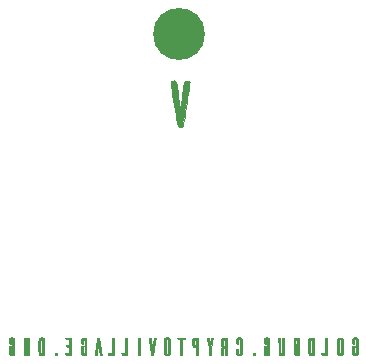
<source format=gbs>
G04 #@! TF.FileFunction,Soldermask,Bot*
%FSLAX46Y46*%
G04 Gerber Fmt 4.6, Leading zero omitted, Abs format (unit mm)*
G04 Created by KiCad (PCBNEW 4.0.5) date Saturday, July 08, 2017 'AMt' 10:27:21 AM*
%MOMM*%
%LPD*%
G01*
G04 APERTURE LIST*
%ADD10C,0.100000*%
%ADD11C,0.010000*%
%ADD12C,4.400000*%
G04 APERTURE END LIST*
D10*
D11*
G36*
X162694499Y-42483592D02*
X162739181Y-42509147D01*
X162775901Y-42571435D01*
X162809396Y-42685747D01*
X162844400Y-42867378D01*
X162885648Y-43131623D01*
X162937876Y-43493773D01*
X162991013Y-43866126D01*
X163139521Y-44901503D01*
X163279332Y-43961376D01*
X163332230Y-43605531D01*
X163381793Y-43271866D01*
X163423435Y-42991264D01*
X163452574Y-42794605D01*
X163458962Y-42751375D01*
X163491235Y-42582296D01*
X163543666Y-42504368D01*
X163649867Y-42482453D01*
X163717140Y-42481500D01*
X163868970Y-42496467D01*
X163929272Y-42554087D01*
X163935500Y-42606730D01*
X163926338Y-42697337D01*
X163900827Y-42893449D01*
X163861925Y-43175049D01*
X163812593Y-43522119D01*
X163755790Y-43914640D01*
X163694476Y-44332596D01*
X163631610Y-44755967D01*
X163570151Y-45164737D01*
X163513061Y-45538886D01*
X163463297Y-45858398D01*
X163423820Y-46103255D01*
X163397589Y-46253438D01*
X163393060Y-46275625D01*
X163315987Y-46387283D01*
X163181359Y-46427568D01*
X163036669Y-46396480D01*
X162929408Y-46294018D01*
X162920760Y-46275625D01*
X162897548Y-46180933D01*
X162859354Y-45980768D01*
X162809339Y-45695353D01*
X162750662Y-45344912D01*
X162686482Y-44949669D01*
X162619961Y-44529848D01*
X162554257Y-44105673D01*
X162492530Y-43697367D01*
X162437940Y-43325155D01*
X162393646Y-43009261D01*
X162362810Y-42769908D01*
X162348589Y-42627321D01*
X162348000Y-42609683D01*
X162373498Y-42520182D01*
X162472590Y-42485031D01*
X162562312Y-42481500D01*
X162637121Y-42479475D01*
X162694499Y-42483592D01*
X162694499Y-42483592D01*
G37*
X162694499Y-42483592D02*
X162739181Y-42509147D01*
X162775901Y-42571435D01*
X162809396Y-42685747D01*
X162844400Y-42867378D01*
X162885648Y-43131623D01*
X162937876Y-43493773D01*
X162991013Y-43866126D01*
X163139521Y-44901503D01*
X163279332Y-43961376D01*
X163332230Y-43605531D01*
X163381793Y-43271866D01*
X163423435Y-42991264D01*
X163452574Y-42794605D01*
X163458962Y-42751375D01*
X163491235Y-42582296D01*
X163543666Y-42504368D01*
X163649867Y-42482453D01*
X163717140Y-42481500D01*
X163868970Y-42496467D01*
X163929272Y-42554087D01*
X163935500Y-42606730D01*
X163926338Y-42697337D01*
X163900827Y-42893449D01*
X163861925Y-43175049D01*
X163812593Y-43522119D01*
X163755790Y-43914640D01*
X163694476Y-44332596D01*
X163631610Y-44755967D01*
X163570151Y-45164737D01*
X163513061Y-45538886D01*
X163463297Y-45858398D01*
X163423820Y-46103255D01*
X163397589Y-46253438D01*
X163393060Y-46275625D01*
X163315987Y-46387283D01*
X163181359Y-46427568D01*
X163036669Y-46396480D01*
X162929408Y-46294018D01*
X162920760Y-46275625D01*
X162897548Y-46180933D01*
X162859354Y-45980768D01*
X162809339Y-45695353D01*
X162750662Y-45344912D01*
X162686482Y-44949669D01*
X162619961Y-44529848D01*
X162554257Y-44105673D01*
X162492530Y-43697367D01*
X162437940Y-43325155D01*
X162393646Y-43009261D01*
X162362810Y-42769908D01*
X162348589Y-42627321D01*
X162348000Y-42609683D01*
X162373498Y-42520182D01*
X162472590Y-42485031D01*
X162562312Y-42481500D01*
X162637121Y-42479475D01*
X162694499Y-42483592D01*
G36*
X148925037Y-64237878D02*
X148965917Y-64242925D01*
X148997773Y-64252821D01*
X149024475Y-64268782D01*
X149049890Y-64292024D01*
X149050668Y-64292841D01*
X149059779Y-64302365D01*
X149067689Y-64311216D01*
X149074483Y-64320597D01*
X149080245Y-64331710D01*
X149085060Y-64345760D01*
X149089014Y-64363950D01*
X149092190Y-64387482D01*
X149094675Y-64417561D01*
X149096552Y-64455390D01*
X149097906Y-64502172D01*
X149098822Y-64559110D01*
X149099385Y-64627408D01*
X149099680Y-64708268D01*
X149099792Y-64802896D01*
X149099805Y-64912492D01*
X149099800Y-64990000D01*
X149099806Y-65109640D01*
X149099768Y-65213551D01*
X149099600Y-65302938D01*
X149099218Y-65379005D01*
X149098536Y-65442958D01*
X149097471Y-65496001D01*
X149095937Y-65539337D01*
X149093849Y-65574173D01*
X149091123Y-65601712D01*
X149087673Y-65623160D01*
X149083415Y-65639720D01*
X149078264Y-65652597D01*
X149072135Y-65662997D01*
X149064943Y-65672123D01*
X149056604Y-65681180D01*
X149050668Y-65687451D01*
X149024786Y-65710792D01*
X148995962Y-65726931D01*
X148960618Y-65736951D01*
X148915177Y-65741933D01*
X148866967Y-65743016D01*
X148812131Y-65741633D01*
X148772247Y-65737554D01*
X148745519Y-65730589D01*
X148744200Y-65730035D01*
X148700276Y-65702454D01*
X148663903Y-65662674D01*
X148650291Y-65640154D01*
X148646116Y-65631096D01*
X148642726Y-65620617D01*
X148640040Y-65606961D01*
X148637977Y-65588371D01*
X148636456Y-65563089D01*
X148635395Y-65529359D01*
X148634714Y-65485423D01*
X148634331Y-65429526D01*
X148634165Y-65359909D01*
X148634134Y-65290519D01*
X148634134Y-64972297D01*
X148654915Y-64951515D01*
X148664080Y-64943140D01*
X148673999Y-64937382D01*
X148687846Y-64933751D01*
X148708796Y-64931758D01*
X148740023Y-64930916D01*
X148784702Y-64930734D01*
X148789851Y-64930733D01*
X148904005Y-64930733D01*
X148878424Y-64987151D01*
X148858762Y-65028790D01*
X148843076Y-65057200D01*
X148829474Y-65075036D01*
X148816061Y-65084953D01*
X148806171Y-65088507D01*
X148785552Y-65093682D01*
X148788160Y-65325296D01*
X148790767Y-65556910D01*
X148813819Y-65579948D01*
X148842928Y-65599194D01*
X148874205Y-65603570D01*
X148903681Y-65593086D01*
X148918864Y-65579654D01*
X148938934Y-65556322D01*
X148938934Y-64423677D01*
X148919884Y-64402030D01*
X148898310Y-64385046D01*
X148874394Y-64375315D01*
X148854238Y-64374397D01*
X148836013Y-64382365D01*
X148819360Y-64395781D01*
X148790767Y-64421314D01*
X148788066Y-64607495D01*
X148785366Y-64793675D01*
X148728800Y-64768553D01*
X148698290Y-64754773D01*
X148675159Y-64742442D01*
X148658386Y-64729053D01*
X148646948Y-64712101D01*
X148639825Y-64689080D01*
X148635996Y-64657483D01*
X148634439Y-64614804D01*
X148634134Y-64558537D01*
X148634134Y-64536224D01*
X148634471Y-64472285D01*
X148635881Y-64422629D01*
X148638957Y-64384612D01*
X148644294Y-64355590D01*
X148652487Y-64332921D01*
X148664130Y-64313959D01*
X148679819Y-64296062D01*
X148690508Y-64285599D01*
X148715917Y-64265014D01*
X148743792Y-64250810D01*
X148777815Y-64241988D01*
X148821668Y-64237546D01*
X148871266Y-64236467D01*
X148925037Y-64237878D01*
X148925037Y-64237878D01*
G37*
X148925037Y-64237878D02*
X148965917Y-64242925D01*
X148997773Y-64252821D01*
X149024475Y-64268782D01*
X149049890Y-64292024D01*
X149050668Y-64292841D01*
X149059779Y-64302365D01*
X149067689Y-64311216D01*
X149074483Y-64320597D01*
X149080245Y-64331710D01*
X149085060Y-64345760D01*
X149089014Y-64363950D01*
X149092190Y-64387482D01*
X149094675Y-64417561D01*
X149096552Y-64455390D01*
X149097906Y-64502172D01*
X149098822Y-64559110D01*
X149099385Y-64627408D01*
X149099680Y-64708268D01*
X149099792Y-64802896D01*
X149099805Y-64912492D01*
X149099800Y-64990000D01*
X149099806Y-65109640D01*
X149099768Y-65213551D01*
X149099600Y-65302938D01*
X149099218Y-65379005D01*
X149098536Y-65442958D01*
X149097471Y-65496001D01*
X149095937Y-65539337D01*
X149093849Y-65574173D01*
X149091123Y-65601712D01*
X149087673Y-65623160D01*
X149083415Y-65639720D01*
X149078264Y-65652597D01*
X149072135Y-65662997D01*
X149064943Y-65672123D01*
X149056604Y-65681180D01*
X149050668Y-65687451D01*
X149024786Y-65710792D01*
X148995962Y-65726931D01*
X148960618Y-65736951D01*
X148915177Y-65741933D01*
X148866967Y-65743016D01*
X148812131Y-65741633D01*
X148772247Y-65737554D01*
X148745519Y-65730589D01*
X148744200Y-65730035D01*
X148700276Y-65702454D01*
X148663903Y-65662674D01*
X148650291Y-65640154D01*
X148646116Y-65631096D01*
X148642726Y-65620617D01*
X148640040Y-65606961D01*
X148637977Y-65588371D01*
X148636456Y-65563089D01*
X148635395Y-65529359D01*
X148634714Y-65485423D01*
X148634331Y-65429526D01*
X148634165Y-65359909D01*
X148634134Y-65290519D01*
X148634134Y-64972297D01*
X148654915Y-64951515D01*
X148664080Y-64943140D01*
X148673999Y-64937382D01*
X148687846Y-64933751D01*
X148708796Y-64931758D01*
X148740023Y-64930916D01*
X148784702Y-64930734D01*
X148789851Y-64930733D01*
X148904005Y-64930733D01*
X148878424Y-64987151D01*
X148858762Y-65028790D01*
X148843076Y-65057200D01*
X148829474Y-65075036D01*
X148816061Y-65084953D01*
X148806171Y-65088507D01*
X148785552Y-65093682D01*
X148788160Y-65325296D01*
X148790767Y-65556910D01*
X148813819Y-65579948D01*
X148842928Y-65599194D01*
X148874205Y-65603570D01*
X148903681Y-65593086D01*
X148918864Y-65579654D01*
X148938934Y-65556322D01*
X148938934Y-64423677D01*
X148919884Y-64402030D01*
X148898310Y-64385046D01*
X148874394Y-64375315D01*
X148854238Y-64374397D01*
X148836013Y-64382365D01*
X148819360Y-64395781D01*
X148790767Y-64421314D01*
X148788066Y-64607495D01*
X148785366Y-64793675D01*
X148728800Y-64768553D01*
X148698290Y-64754773D01*
X148675159Y-64742442D01*
X148658386Y-64729053D01*
X148646948Y-64712101D01*
X148639825Y-64689080D01*
X148635996Y-64657483D01*
X148634439Y-64614804D01*
X148634134Y-64558537D01*
X148634134Y-64536224D01*
X148634471Y-64472285D01*
X148635881Y-64422629D01*
X148638957Y-64384612D01*
X148644294Y-64355590D01*
X148652487Y-64332921D01*
X148664130Y-64313959D01*
X148679819Y-64296062D01*
X148690508Y-64285599D01*
X148715917Y-64265014D01*
X148743792Y-64250810D01*
X148777815Y-64241988D01*
X148821668Y-64237546D01*
X148871266Y-64236467D01*
X148925037Y-64237878D01*
G36*
X151423909Y-64236321D02*
X151470071Y-64239374D01*
X151508773Y-64244885D01*
X151534039Y-64252257D01*
X151571536Y-64276445D01*
X151604188Y-64310497D01*
X151626939Y-64348754D01*
X151631375Y-64361209D01*
X151633355Y-64375067D01*
X151635017Y-64402215D01*
X151636364Y-64443108D01*
X151637403Y-64498199D01*
X151638138Y-64567939D01*
X151638573Y-64652782D01*
X151638713Y-64753182D01*
X151638563Y-64869590D01*
X151638128Y-65002460D01*
X151638107Y-65007556D01*
X151635567Y-65622013D01*
X151612211Y-65657301D01*
X151589746Y-65684600D01*
X151562058Y-65709843D01*
X151553604Y-65715944D01*
X151538489Y-65725383D01*
X151524231Y-65731943D01*
X151507293Y-65736223D01*
X151484139Y-65738823D01*
X151451232Y-65740343D01*
X151405036Y-65741381D01*
X151403393Y-65741411D01*
X151351733Y-65741853D01*
X151313827Y-65740830D01*
X151286538Y-65738104D01*
X151266731Y-65733434D01*
X151258800Y-65730361D01*
X151214244Y-65701949D01*
X151177676Y-65661474D01*
X151164891Y-65640154D01*
X151161827Y-65633608D01*
X151159176Y-65625926D01*
X151156909Y-65615906D01*
X151154995Y-65602346D01*
X151153405Y-65584044D01*
X151152109Y-65559797D01*
X151151077Y-65528403D01*
X151150278Y-65488661D01*
X151149685Y-65439368D01*
X151149265Y-65379322D01*
X151148990Y-65307320D01*
X151148830Y-65222162D01*
X151148754Y-65122644D01*
X151148734Y-65007564D01*
X151148734Y-64990000D01*
X151148734Y-64989258D01*
X151309600Y-64989258D01*
X151309632Y-65101835D01*
X151309748Y-65198696D01*
X151309975Y-65281056D01*
X151310343Y-65350131D01*
X151310879Y-65407139D01*
X151311612Y-65453296D01*
X151312570Y-65489818D01*
X151313781Y-65517921D01*
X151315275Y-65538821D01*
X151317079Y-65553736D01*
X151319221Y-65563881D01*
X151321730Y-65570473D01*
X151323206Y-65572924D01*
X151349253Y-65596584D01*
X151382548Y-65606700D01*
X151419236Y-65602514D01*
X151436770Y-65595279D01*
X151456986Y-65581296D01*
X151470216Y-65566202D01*
X151472200Y-65553829D01*
X151473933Y-65524708D01*
X151475415Y-65479027D01*
X151476640Y-65416968D01*
X151477607Y-65338718D01*
X151478313Y-65244462D01*
X151478755Y-65134383D01*
X151478930Y-65008668D01*
X151478934Y-64988207D01*
X151478949Y-64874356D01*
X151478928Y-64776229D01*
X151478772Y-64692615D01*
X151478379Y-64622307D01*
X151477649Y-64564093D01*
X151476483Y-64516765D01*
X151474780Y-64479113D01*
X151472440Y-64449928D01*
X151469363Y-64427999D01*
X151465449Y-64412118D01*
X151460597Y-64401075D01*
X151454708Y-64393660D01*
X151447680Y-64388664D01*
X151439415Y-64384877D01*
X151429811Y-64381090D01*
X151428612Y-64380598D01*
X151394055Y-64373903D01*
X151359763Y-64379982D01*
X151331811Y-64397496D01*
X151326900Y-64403023D01*
X151323482Y-64407706D01*
X151320546Y-64413247D01*
X151318056Y-64420891D01*
X151315976Y-64431883D01*
X151314268Y-64447469D01*
X151312896Y-64468892D01*
X151311823Y-64497399D01*
X151311012Y-64534234D01*
X151310427Y-64580641D01*
X151310031Y-64637867D01*
X151309787Y-64707155D01*
X151309658Y-64789752D01*
X151309608Y-64886901D01*
X151309600Y-64989258D01*
X151148734Y-64989258D01*
X151148749Y-64872627D01*
X151148815Y-64770986D01*
X151148961Y-64683873D01*
X151149218Y-64610088D01*
X151149616Y-64548427D01*
X151150183Y-64497689D01*
X151150950Y-64456672D01*
X151151948Y-64424173D01*
X151153205Y-64398990D01*
X151154752Y-64379921D01*
X151156618Y-64365765D01*
X151158834Y-64355318D01*
X151161429Y-64347379D01*
X151164433Y-64340746D01*
X151164891Y-64339846D01*
X151196575Y-64294940D01*
X151238491Y-64260852D01*
X151260645Y-64249616D01*
X151288654Y-64242373D01*
X151328401Y-64237773D01*
X151375086Y-64235772D01*
X151423909Y-64236321D01*
X151423909Y-64236321D01*
G37*
X151423909Y-64236321D02*
X151470071Y-64239374D01*
X151508773Y-64244885D01*
X151534039Y-64252257D01*
X151571536Y-64276445D01*
X151604188Y-64310497D01*
X151626939Y-64348754D01*
X151631375Y-64361209D01*
X151633355Y-64375067D01*
X151635017Y-64402215D01*
X151636364Y-64443108D01*
X151637403Y-64498199D01*
X151638138Y-64567939D01*
X151638573Y-64652782D01*
X151638713Y-64753182D01*
X151638563Y-64869590D01*
X151638128Y-65002460D01*
X151638107Y-65007556D01*
X151635567Y-65622013D01*
X151612211Y-65657301D01*
X151589746Y-65684600D01*
X151562058Y-65709843D01*
X151553604Y-65715944D01*
X151538489Y-65725383D01*
X151524231Y-65731943D01*
X151507293Y-65736223D01*
X151484139Y-65738823D01*
X151451232Y-65740343D01*
X151405036Y-65741381D01*
X151403393Y-65741411D01*
X151351733Y-65741853D01*
X151313827Y-65740830D01*
X151286538Y-65738104D01*
X151266731Y-65733434D01*
X151258800Y-65730361D01*
X151214244Y-65701949D01*
X151177676Y-65661474D01*
X151164891Y-65640154D01*
X151161827Y-65633608D01*
X151159176Y-65625926D01*
X151156909Y-65615906D01*
X151154995Y-65602346D01*
X151153405Y-65584044D01*
X151152109Y-65559797D01*
X151151077Y-65528403D01*
X151150278Y-65488661D01*
X151149685Y-65439368D01*
X151149265Y-65379322D01*
X151148990Y-65307320D01*
X151148830Y-65222162D01*
X151148754Y-65122644D01*
X151148734Y-65007564D01*
X151148734Y-64990000D01*
X151148734Y-64989258D01*
X151309600Y-64989258D01*
X151309632Y-65101835D01*
X151309748Y-65198696D01*
X151309975Y-65281056D01*
X151310343Y-65350131D01*
X151310879Y-65407139D01*
X151311612Y-65453296D01*
X151312570Y-65489818D01*
X151313781Y-65517921D01*
X151315275Y-65538821D01*
X151317079Y-65553736D01*
X151319221Y-65563881D01*
X151321730Y-65570473D01*
X151323206Y-65572924D01*
X151349253Y-65596584D01*
X151382548Y-65606700D01*
X151419236Y-65602514D01*
X151436770Y-65595279D01*
X151456986Y-65581296D01*
X151470216Y-65566202D01*
X151472200Y-65553829D01*
X151473933Y-65524708D01*
X151475415Y-65479027D01*
X151476640Y-65416968D01*
X151477607Y-65338718D01*
X151478313Y-65244462D01*
X151478755Y-65134383D01*
X151478930Y-65008668D01*
X151478934Y-64988207D01*
X151478949Y-64874356D01*
X151478928Y-64776229D01*
X151478772Y-64692615D01*
X151478379Y-64622307D01*
X151477649Y-64564093D01*
X151476483Y-64516765D01*
X151474780Y-64479113D01*
X151472440Y-64449928D01*
X151469363Y-64427999D01*
X151465449Y-64412118D01*
X151460597Y-64401075D01*
X151454708Y-64393660D01*
X151447680Y-64388664D01*
X151439415Y-64384877D01*
X151429811Y-64381090D01*
X151428612Y-64380598D01*
X151394055Y-64373903D01*
X151359763Y-64379982D01*
X151331811Y-64397496D01*
X151326900Y-64403023D01*
X151323482Y-64407706D01*
X151320546Y-64413247D01*
X151318056Y-64420891D01*
X151315976Y-64431883D01*
X151314268Y-64447469D01*
X151312896Y-64468892D01*
X151311823Y-64497399D01*
X151311012Y-64534234D01*
X151310427Y-64580641D01*
X151310031Y-64637867D01*
X151309787Y-64707155D01*
X151309658Y-64789752D01*
X151309608Y-64886901D01*
X151309600Y-64989258D01*
X151148734Y-64989258D01*
X151148749Y-64872627D01*
X151148815Y-64770986D01*
X151148961Y-64683873D01*
X151149218Y-64610088D01*
X151149616Y-64548427D01*
X151150183Y-64497689D01*
X151150950Y-64456672D01*
X151151948Y-64424173D01*
X151153205Y-64398990D01*
X151154752Y-64379921D01*
X151156618Y-64365765D01*
X151158834Y-64355318D01*
X151161429Y-64347379D01*
X151164433Y-64340746D01*
X151164891Y-64339846D01*
X151196575Y-64294940D01*
X151238491Y-64260852D01*
X151260645Y-64249616D01*
X151288654Y-64242373D01*
X151328401Y-64237773D01*
X151375086Y-64235772D01*
X151423909Y-64236321D01*
G36*
X155129350Y-64267299D02*
X155159605Y-64295455D01*
X155184605Y-64329790D01*
X155187333Y-64334797D01*
X155208500Y-64375697D01*
X155210839Y-64972018D01*
X155211308Y-65092901D01*
X155211641Y-65198055D01*
X155211748Y-65288687D01*
X155211536Y-65366003D01*
X155210913Y-65431207D01*
X155209790Y-65485506D01*
X155208073Y-65530104D01*
X155205672Y-65566208D01*
X155202495Y-65595022D01*
X155198450Y-65617754D01*
X155193446Y-65635607D01*
X155187393Y-65649787D01*
X155180197Y-65661500D01*
X155171768Y-65671952D01*
X155162014Y-65682348D01*
X155156509Y-65688007D01*
X155132525Y-65709352D01*
X155107447Y-65726681D01*
X155097313Y-65731847D01*
X155075831Y-65736910D01*
X155042250Y-65740495D01*
X155001315Y-65742556D01*
X154957767Y-65743048D01*
X154916350Y-65741927D01*
X154881808Y-65739148D01*
X154858882Y-65734666D01*
X154857387Y-65734113D01*
X154813389Y-65707947D01*
X154776983Y-65669140D01*
X154758444Y-65637189D01*
X154738000Y-65592534D01*
X154740417Y-65277812D01*
X154742834Y-64963089D01*
X154762821Y-64946911D01*
X154773001Y-64940235D01*
X154786229Y-64935666D01*
X154805666Y-64932821D01*
X154834471Y-64931317D01*
X154875802Y-64930770D01*
X154896171Y-64930733D01*
X154937769Y-64930963D01*
X154972505Y-64931594D01*
X154997284Y-64932536D01*
X155009006Y-64933699D01*
X155009534Y-64934016D01*
X155006254Y-64942728D01*
X154997581Y-64962770D01*
X154985265Y-64990121D01*
X154982846Y-64995399D01*
X154959264Y-65041586D01*
X154937792Y-65073207D01*
X154919021Y-65089472D01*
X154910691Y-65091600D01*
X154906925Y-65099628D01*
X154903841Y-65121983D01*
X154901432Y-65156073D01*
X154899691Y-65199307D01*
X154898613Y-65249092D01*
X154898191Y-65302837D01*
X154898420Y-65357949D01*
X154899293Y-65411837D01*
X154900804Y-65461907D01*
X154902947Y-65505570D01*
X154905715Y-65540232D01*
X154909103Y-65563301D01*
X154911830Y-65571149D01*
X154936721Y-65593814D01*
X154967989Y-65604037D01*
X154999970Y-65600032D01*
X155001466Y-65599434D01*
X155011228Y-65595415D01*
X155019641Y-65591222D01*
X155026805Y-65585644D01*
X155032821Y-65577470D01*
X155037790Y-65565488D01*
X155041810Y-65548488D01*
X155044983Y-65525258D01*
X155047408Y-65494587D01*
X155049186Y-65455263D01*
X155050416Y-65406076D01*
X155051200Y-65345814D01*
X155051637Y-65273265D01*
X155051827Y-65187219D01*
X155051870Y-65086464D01*
X155051867Y-64990000D01*
X155051869Y-64876010D01*
X155051808Y-64777742D01*
X155051585Y-64693985D01*
X155051098Y-64623528D01*
X155050248Y-64565159D01*
X155048935Y-64517666D01*
X155047058Y-64479840D01*
X155044518Y-64450468D01*
X155041213Y-64428339D01*
X155037045Y-64412242D01*
X155031912Y-64400966D01*
X155025715Y-64393299D01*
X155018353Y-64388030D01*
X155009727Y-64383948D01*
X155001466Y-64380565D01*
X154977490Y-64374179D01*
X154954786Y-64378602D01*
X154950548Y-64380284D01*
X154936048Y-64386757D01*
X154924873Y-64394098D01*
X154916532Y-64404478D01*
X154910532Y-64420068D01*
X154906380Y-64443038D01*
X154903585Y-64475558D01*
X154901654Y-64519800D01*
X154900096Y-64577934D01*
X154899467Y-64605540D01*
X154895234Y-64794259D01*
X154827412Y-64762366D01*
X154788652Y-64742520D01*
X154763758Y-64725582D01*
X154750300Y-64709849D01*
X154749096Y-64707438D01*
X154744481Y-64688174D01*
X154741211Y-64653338D01*
X154739259Y-64602496D01*
X154738600Y-64535211D01*
X154738600Y-64533920D01*
X154738689Y-64479836D01*
X154739196Y-64439631D01*
X154740484Y-64410250D01*
X154742915Y-64388640D01*
X154746851Y-64371745D01*
X154752654Y-64356512D01*
X154760686Y-64339885D01*
X154761884Y-64337520D01*
X154793005Y-64291735D01*
X154821880Y-64266152D01*
X154836974Y-64256030D01*
X154850317Y-64249025D01*
X154865374Y-64244565D01*
X154885613Y-64242075D01*
X154914498Y-64240980D01*
X154955495Y-64240707D01*
X154975563Y-64240700D01*
X155092534Y-64240700D01*
X155129350Y-64267299D01*
X155129350Y-64267299D01*
G37*
X155129350Y-64267299D02*
X155159605Y-64295455D01*
X155184605Y-64329790D01*
X155187333Y-64334797D01*
X155208500Y-64375697D01*
X155210839Y-64972018D01*
X155211308Y-65092901D01*
X155211641Y-65198055D01*
X155211748Y-65288687D01*
X155211536Y-65366003D01*
X155210913Y-65431207D01*
X155209790Y-65485506D01*
X155208073Y-65530104D01*
X155205672Y-65566208D01*
X155202495Y-65595022D01*
X155198450Y-65617754D01*
X155193446Y-65635607D01*
X155187393Y-65649787D01*
X155180197Y-65661500D01*
X155171768Y-65671952D01*
X155162014Y-65682348D01*
X155156509Y-65688007D01*
X155132525Y-65709352D01*
X155107447Y-65726681D01*
X155097313Y-65731847D01*
X155075831Y-65736910D01*
X155042250Y-65740495D01*
X155001315Y-65742556D01*
X154957767Y-65743048D01*
X154916350Y-65741927D01*
X154881808Y-65739148D01*
X154858882Y-65734666D01*
X154857387Y-65734113D01*
X154813389Y-65707947D01*
X154776983Y-65669140D01*
X154758444Y-65637189D01*
X154738000Y-65592534D01*
X154740417Y-65277812D01*
X154742834Y-64963089D01*
X154762821Y-64946911D01*
X154773001Y-64940235D01*
X154786229Y-64935666D01*
X154805666Y-64932821D01*
X154834471Y-64931317D01*
X154875802Y-64930770D01*
X154896171Y-64930733D01*
X154937769Y-64930963D01*
X154972505Y-64931594D01*
X154997284Y-64932536D01*
X155009006Y-64933699D01*
X155009534Y-64934016D01*
X155006254Y-64942728D01*
X154997581Y-64962770D01*
X154985265Y-64990121D01*
X154982846Y-64995399D01*
X154959264Y-65041586D01*
X154937792Y-65073207D01*
X154919021Y-65089472D01*
X154910691Y-65091600D01*
X154906925Y-65099628D01*
X154903841Y-65121983D01*
X154901432Y-65156073D01*
X154899691Y-65199307D01*
X154898613Y-65249092D01*
X154898191Y-65302837D01*
X154898420Y-65357949D01*
X154899293Y-65411837D01*
X154900804Y-65461907D01*
X154902947Y-65505570D01*
X154905715Y-65540232D01*
X154909103Y-65563301D01*
X154911830Y-65571149D01*
X154936721Y-65593814D01*
X154967989Y-65604037D01*
X154999970Y-65600032D01*
X155001466Y-65599434D01*
X155011228Y-65595415D01*
X155019641Y-65591222D01*
X155026805Y-65585644D01*
X155032821Y-65577470D01*
X155037790Y-65565488D01*
X155041810Y-65548488D01*
X155044983Y-65525258D01*
X155047408Y-65494587D01*
X155049186Y-65455263D01*
X155050416Y-65406076D01*
X155051200Y-65345814D01*
X155051637Y-65273265D01*
X155051827Y-65187219D01*
X155051870Y-65086464D01*
X155051867Y-64990000D01*
X155051869Y-64876010D01*
X155051808Y-64777742D01*
X155051585Y-64693985D01*
X155051098Y-64623528D01*
X155050248Y-64565159D01*
X155048935Y-64517666D01*
X155047058Y-64479840D01*
X155044518Y-64450468D01*
X155041213Y-64428339D01*
X155037045Y-64412242D01*
X155031912Y-64400966D01*
X155025715Y-64393299D01*
X155018353Y-64388030D01*
X155009727Y-64383948D01*
X155001466Y-64380565D01*
X154977490Y-64374179D01*
X154954786Y-64378602D01*
X154950548Y-64380284D01*
X154936048Y-64386757D01*
X154924873Y-64394098D01*
X154916532Y-64404478D01*
X154910532Y-64420068D01*
X154906380Y-64443038D01*
X154903585Y-64475558D01*
X154901654Y-64519800D01*
X154900096Y-64577934D01*
X154899467Y-64605540D01*
X154895234Y-64794259D01*
X154827412Y-64762366D01*
X154788652Y-64742520D01*
X154763758Y-64725582D01*
X154750300Y-64709849D01*
X154749096Y-64707438D01*
X154744481Y-64688174D01*
X154741211Y-64653338D01*
X154739259Y-64602496D01*
X154738600Y-64535211D01*
X154738600Y-64533920D01*
X154738689Y-64479836D01*
X154739196Y-64439631D01*
X154740484Y-64410250D01*
X154742915Y-64388640D01*
X154746851Y-64371745D01*
X154752654Y-64356512D01*
X154760686Y-64339885D01*
X154761884Y-64337520D01*
X154793005Y-64291735D01*
X154821880Y-64266152D01*
X154836974Y-64256030D01*
X154850317Y-64249025D01*
X154865374Y-64244565D01*
X154885613Y-64242075D01*
X154914498Y-64240980D01*
X154955495Y-64240707D01*
X154975563Y-64240700D01*
X155092534Y-64240700D01*
X155129350Y-64267299D01*
G36*
X162029696Y-64237795D02*
X162037061Y-64237959D01*
X162083905Y-64239194D01*
X162117309Y-64240762D01*
X162140767Y-64243302D01*
X162157769Y-64247457D01*
X162171808Y-64253867D01*
X162186376Y-64263172D01*
X162190691Y-64266152D01*
X162228162Y-64302001D01*
X162250650Y-64337520D01*
X162273933Y-64383436D01*
X162273933Y-65597666D01*
X162250283Y-65642938D01*
X162222498Y-65683855D01*
X162190324Y-65713755D01*
X162175444Y-65723832D01*
X162162034Y-65730898D01*
X162146686Y-65735564D01*
X162125995Y-65738435D01*
X162096554Y-65740122D01*
X162054957Y-65741230D01*
X162034058Y-65741650D01*
X161986394Y-65742441D01*
X161952183Y-65742349D01*
X161927951Y-65740943D01*
X161910224Y-65737789D01*
X161895527Y-65732455D01*
X161880386Y-65724511D01*
X161876000Y-65721995D01*
X161834808Y-65692708D01*
X161806620Y-65658236D01*
X161787510Y-65613754D01*
X161787240Y-65612880D01*
X161784680Y-65602565D01*
X161782474Y-65588667D01*
X161780598Y-65569969D01*
X161779026Y-65545251D01*
X161777734Y-65513296D01*
X161776696Y-65472885D01*
X161775887Y-65422798D01*
X161775282Y-65361819D01*
X161774856Y-65288727D01*
X161774584Y-65202305D01*
X161774440Y-65101334D01*
X161774400Y-64990000D01*
X161774413Y-64870812D01*
X161774515Y-64767339D01*
X161774795Y-64678363D01*
X161775348Y-64602666D01*
X161776264Y-64539028D01*
X161777635Y-64486233D01*
X161779553Y-64443061D01*
X161781150Y-64421344D01*
X161939500Y-64421344D01*
X161939500Y-64988416D01*
X161939512Y-65100242D01*
X161939570Y-65196369D01*
X161939711Y-65278032D01*
X161939970Y-65346466D01*
X161940382Y-65402906D01*
X161940985Y-65448585D01*
X161941812Y-65484740D01*
X161942901Y-65512604D01*
X161944286Y-65533413D01*
X161946003Y-65548400D01*
X161948088Y-65558801D01*
X161950577Y-65565851D01*
X161953505Y-65570784D01*
X161956433Y-65574310D01*
X161988277Y-65598690D01*
X162024318Y-65607255D01*
X162062034Y-65599521D01*
X162069506Y-65596001D01*
X162090065Y-65579803D01*
X162102952Y-65561736D01*
X162105139Y-65552202D01*
X162107023Y-65533300D01*
X162108620Y-65504153D01*
X162109945Y-65463883D01*
X162111013Y-65411610D01*
X162111841Y-65346458D01*
X162112443Y-65267546D01*
X162112836Y-65173997D01*
X162113034Y-65064933D01*
X162113067Y-64990000D01*
X162112980Y-64870987D01*
X162112708Y-64768028D01*
X162112236Y-64680245D01*
X162111548Y-64606759D01*
X162110629Y-64546692D01*
X162109463Y-64499166D01*
X162108035Y-64463302D01*
X162106329Y-64438222D01*
X162104330Y-64423047D01*
X162102952Y-64418263D01*
X162082494Y-64391598D01*
X162053349Y-64376429D01*
X162019869Y-64373448D01*
X161986405Y-64383349D01*
X161967150Y-64396639D01*
X161939500Y-64421344D01*
X161781150Y-64421344D01*
X161782110Y-64408295D01*
X161785397Y-64380716D01*
X161789508Y-64359105D01*
X161794532Y-64342245D01*
X161800563Y-64328918D01*
X161807693Y-64317904D01*
X161816012Y-64307986D01*
X161825613Y-64297946D01*
X161826654Y-64296881D01*
X161851269Y-64273678D01*
X161874935Y-64257117D01*
X161901131Y-64246222D01*
X161933338Y-64240020D01*
X161975033Y-64237536D01*
X162029696Y-64237795D01*
X162029696Y-64237795D01*
G37*
X162029696Y-64237795D02*
X162037061Y-64237959D01*
X162083905Y-64239194D01*
X162117309Y-64240762D01*
X162140767Y-64243302D01*
X162157769Y-64247457D01*
X162171808Y-64253867D01*
X162186376Y-64263172D01*
X162190691Y-64266152D01*
X162228162Y-64302001D01*
X162250650Y-64337520D01*
X162273933Y-64383436D01*
X162273933Y-65597666D01*
X162250283Y-65642938D01*
X162222498Y-65683855D01*
X162190324Y-65713755D01*
X162175444Y-65723832D01*
X162162034Y-65730898D01*
X162146686Y-65735564D01*
X162125995Y-65738435D01*
X162096554Y-65740122D01*
X162054957Y-65741230D01*
X162034058Y-65741650D01*
X161986394Y-65742441D01*
X161952183Y-65742349D01*
X161927951Y-65740943D01*
X161910224Y-65737789D01*
X161895527Y-65732455D01*
X161880386Y-65724511D01*
X161876000Y-65721995D01*
X161834808Y-65692708D01*
X161806620Y-65658236D01*
X161787510Y-65613754D01*
X161787240Y-65612880D01*
X161784680Y-65602565D01*
X161782474Y-65588667D01*
X161780598Y-65569969D01*
X161779026Y-65545251D01*
X161777734Y-65513296D01*
X161776696Y-65472885D01*
X161775887Y-65422798D01*
X161775282Y-65361819D01*
X161774856Y-65288727D01*
X161774584Y-65202305D01*
X161774440Y-65101334D01*
X161774400Y-64990000D01*
X161774413Y-64870812D01*
X161774515Y-64767339D01*
X161774795Y-64678363D01*
X161775348Y-64602666D01*
X161776264Y-64539028D01*
X161777635Y-64486233D01*
X161779553Y-64443061D01*
X161781150Y-64421344D01*
X161939500Y-64421344D01*
X161939500Y-64988416D01*
X161939512Y-65100242D01*
X161939570Y-65196369D01*
X161939711Y-65278032D01*
X161939970Y-65346466D01*
X161940382Y-65402906D01*
X161940985Y-65448585D01*
X161941812Y-65484740D01*
X161942901Y-65512604D01*
X161944286Y-65533413D01*
X161946003Y-65548400D01*
X161948088Y-65558801D01*
X161950577Y-65565851D01*
X161953505Y-65570784D01*
X161956433Y-65574310D01*
X161988277Y-65598690D01*
X162024318Y-65607255D01*
X162062034Y-65599521D01*
X162069506Y-65596001D01*
X162090065Y-65579803D01*
X162102952Y-65561736D01*
X162105139Y-65552202D01*
X162107023Y-65533300D01*
X162108620Y-65504153D01*
X162109945Y-65463883D01*
X162111013Y-65411610D01*
X162111841Y-65346458D01*
X162112443Y-65267546D01*
X162112836Y-65173997D01*
X162113034Y-65064933D01*
X162113067Y-64990000D01*
X162112980Y-64870987D01*
X162112708Y-64768028D01*
X162112236Y-64680245D01*
X162111548Y-64606759D01*
X162110629Y-64546692D01*
X162109463Y-64499166D01*
X162108035Y-64463302D01*
X162106329Y-64438222D01*
X162104330Y-64423047D01*
X162102952Y-64418263D01*
X162082494Y-64391598D01*
X162053349Y-64376429D01*
X162019869Y-64373448D01*
X161986405Y-64383349D01*
X161967150Y-64396639D01*
X161939500Y-64421344D01*
X161781150Y-64421344D01*
X161782110Y-64408295D01*
X161785397Y-64380716D01*
X161789508Y-64359105D01*
X161794532Y-64342245D01*
X161800563Y-64328918D01*
X161807693Y-64317904D01*
X161816012Y-64307986D01*
X161825613Y-64297946D01*
X161826654Y-64296881D01*
X161851269Y-64273678D01*
X161874935Y-64257117D01*
X161901131Y-64246222D01*
X161933338Y-64240020D01*
X161975033Y-64237536D01*
X162029696Y-64237795D01*
G36*
X168179995Y-64237374D02*
X168218375Y-64240841D01*
X168247828Y-64247986D01*
X168272326Y-64259928D01*
X168295843Y-64277785D01*
X168305092Y-64286116D01*
X168325445Y-64309271D01*
X168343521Y-64336499D01*
X168345309Y-64339846D01*
X168348373Y-64346392D01*
X168351024Y-64354073D01*
X168353292Y-64364093D01*
X168355205Y-64377653D01*
X168356795Y-64395956D01*
X168358092Y-64420203D01*
X168359124Y-64451596D01*
X168359922Y-64491339D01*
X168360516Y-64540632D01*
X168360935Y-64600678D01*
X168361210Y-64672679D01*
X168361370Y-64757838D01*
X168361446Y-64857356D01*
X168361467Y-64972436D01*
X168361467Y-64990000D01*
X168361451Y-65107372D01*
X168361385Y-65209014D01*
X168361239Y-65296126D01*
X168360982Y-65369912D01*
X168360585Y-65431572D01*
X168360017Y-65482310D01*
X168359250Y-65523328D01*
X168358253Y-65555827D01*
X168356995Y-65581010D01*
X168355449Y-65600078D01*
X168353582Y-65614235D01*
X168351367Y-65624681D01*
X168348772Y-65632620D01*
X168345768Y-65639254D01*
X168345309Y-65640154D01*
X168313888Y-65684325D01*
X168271185Y-65720026D01*
X168253937Y-65729867D01*
X168228221Y-65737576D01*
X168190695Y-65742386D01*
X168146228Y-65744342D01*
X168099684Y-65743491D01*
X168055932Y-65739877D01*
X168019837Y-65733549D01*
X168001634Y-65727482D01*
X167973927Y-65711286D01*
X167948806Y-65691343D01*
X167944933Y-65687451D01*
X167930415Y-65670938D01*
X167919064Y-65654492D01*
X167910494Y-65635824D01*
X167904318Y-65612650D01*
X167900150Y-65582682D01*
X167897604Y-65543634D01*
X167896294Y-65493220D01*
X167895833Y-65429153D01*
X167895800Y-65396558D01*
X167895800Y-65192973D01*
X167923317Y-65204606D01*
X167975062Y-65227678D01*
X168011003Y-65246506D01*
X168031655Y-65261377D01*
X168036648Y-65267901D01*
X168039195Y-65280893D01*
X168041888Y-65307601D01*
X168044487Y-65344811D01*
X168046754Y-65389310D01*
X168047900Y-65419513D01*
X168049672Y-65470660D01*
X168051411Y-65507723D01*
X168053605Y-65533541D01*
X168056743Y-65550954D01*
X168061313Y-65562804D01*
X168067804Y-65571929D01*
X168075486Y-65579956D01*
X168105279Y-65599412D01*
X168137541Y-65602989D01*
X168168863Y-65590687D01*
X168181781Y-65579934D01*
X168204834Y-65556882D01*
X168204834Y-64423118D01*
X168181781Y-64400066D01*
X168151999Y-64380597D01*
X168119740Y-64377007D01*
X168088411Y-64389296D01*
X168075486Y-64400045D01*
X168052434Y-64423077D01*
X168048200Y-64604282D01*
X168043967Y-64785487D01*
X167983841Y-64757621D01*
X167954890Y-64743905D01*
X167933103Y-64731514D01*
X167917461Y-64717871D01*
X167906947Y-64700399D01*
X167900542Y-64676523D01*
X167897228Y-64643665D01*
X167895987Y-64599250D01*
X167895800Y-64540701D01*
X167895800Y-64534877D01*
X167896222Y-64471401D01*
X167897854Y-64422142D01*
X167901245Y-64384397D01*
X167906943Y-64355463D01*
X167915497Y-64332638D01*
X167927456Y-64313217D01*
X167943368Y-64294499D01*
X167944933Y-64292841D01*
X167969621Y-64269893D01*
X167995263Y-64253939D01*
X168025613Y-64243826D01*
X168064426Y-64238404D01*
X168115455Y-64236520D01*
X168128717Y-64236467D01*
X168179995Y-64237374D01*
X168179995Y-64237374D01*
G37*
X168179995Y-64237374D02*
X168218375Y-64240841D01*
X168247828Y-64247986D01*
X168272326Y-64259928D01*
X168295843Y-64277785D01*
X168305092Y-64286116D01*
X168325445Y-64309271D01*
X168343521Y-64336499D01*
X168345309Y-64339846D01*
X168348373Y-64346392D01*
X168351024Y-64354073D01*
X168353292Y-64364093D01*
X168355205Y-64377653D01*
X168356795Y-64395956D01*
X168358092Y-64420203D01*
X168359124Y-64451596D01*
X168359922Y-64491339D01*
X168360516Y-64540632D01*
X168360935Y-64600678D01*
X168361210Y-64672679D01*
X168361370Y-64757838D01*
X168361446Y-64857356D01*
X168361467Y-64972436D01*
X168361467Y-64990000D01*
X168361451Y-65107372D01*
X168361385Y-65209014D01*
X168361239Y-65296126D01*
X168360982Y-65369912D01*
X168360585Y-65431572D01*
X168360017Y-65482310D01*
X168359250Y-65523328D01*
X168358253Y-65555827D01*
X168356995Y-65581010D01*
X168355449Y-65600078D01*
X168353582Y-65614235D01*
X168351367Y-65624681D01*
X168348772Y-65632620D01*
X168345768Y-65639254D01*
X168345309Y-65640154D01*
X168313888Y-65684325D01*
X168271185Y-65720026D01*
X168253937Y-65729867D01*
X168228221Y-65737576D01*
X168190695Y-65742386D01*
X168146228Y-65744342D01*
X168099684Y-65743491D01*
X168055932Y-65739877D01*
X168019837Y-65733549D01*
X168001634Y-65727482D01*
X167973927Y-65711286D01*
X167948806Y-65691343D01*
X167944933Y-65687451D01*
X167930415Y-65670938D01*
X167919064Y-65654492D01*
X167910494Y-65635824D01*
X167904318Y-65612650D01*
X167900150Y-65582682D01*
X167897604Y-65543634D01*
X167896294Y-65493220D01*
X167895833Y-65429153D01*
X167895800Y-65396558D01*
X167895800Y-65192973D01*
X167923317Y-65204606D01*
X167975062Y-65227678D01*
X168011003Y-65246506D01*
X168031655Y-65261377D01*
X168036648Y-65267901D01*
X168039195Y-65280893D01*
X168041888Y-65307601D01*
X168044487Y-65344811D01*
X168046754Y-65389310D01*
X168047900Y-65419513D01*
X168049672Y-65470660D01*
X168051411Y-65507723D01*
X168053605Y-65533541D01*
X168056743Y-65550954D01*
X168061313Y-65562804D01*
X168067804Y-65571929D01*
X168075486Y-65579956D01*
X168105279Y-65599412D01*
X168137541Y-65602989D01*
X168168863Y-65590687D01*
X168181781Y-65579934D01*
X168204834Y-65556882D01*
X168204834Y-64423118D01*
X168181781Y-64400066D01*
X168151999Y-64380597D01*
X168119740Y-64377007D01*
X168088411Y-64389296D01*
X168075486Y-64400045D01*
X168052434Y-64423077D01*
X168048200Y-64604282D01*
X168043967Y-64785487D01*
X167983841Y-64757621D01*
X167954890Y-64743905D01*
X167933103Y-64731514D01*
X167917461Y-64717871D01*
X167906947Y-64700399D01*
X167900542Y-64676523D01*
X167897228Y-64643665D01*
X167895987Y-64599250D01*
X167895800Y-64540701D01*
X167895800Y-64534877D01*
X167896222Y-64471401D01*
X167897854Y-64422142D01*
X167901245Y-64384397D01*
X167906943Y-64355463D01*
X167915497Y-64332638D01*
X167927456Y-64313217D01*
X167943368Y-64294499D01*
X167944933Y-64292841D01*
X167969621Y-64269893D01*
X167995263Y-64253939D01*
X168025613Y-64243826D01*
X168064426Y-64238404D01*
X168115455Y-64236520D01*
X168128717Y-64236467D01*
X168179995Y-64237374D01*
G36*
X170505042Y-64237615D02*
X170545164Y-64241885D01*
X170576298Y-64250508D01*
X170602361Y-64264717D01*
X170627273Y-64285748D01*
X170635832Y-64294315D01*
X170645882Y-64304791D01*
X170654599Y-64314901D01*
X170662080Y-64325865D01*
X170668417Y-64338905D01*
X170673707Y-64355240D01*
X170678044Y-64376092D01*
X170681522Y-64402682D01*
X170684236Y-64436230D01*
X170686280Y-64477957D01*
X170687751Y-64529084D01*
X170688741Y-64590832D01*
X170689347Y-64664421D01*
X170689662Y-64751072D01*
X170689782Y-64852007D01*
X170689800Y-64968445D01*
X170689800Y-64990000D01*
X170689789Y-65109212D01*
X170689694Y-65212711D01*
X170689419Y-65301719D01*
X170688870Y-65377455D01*
X170687952Y-65441141D01*
X170686570Y-65493998D01*
X170684630Y-65537247D01*
X170682037Y-65572107D01*
X170678697Y-65599800D01*
X170674514Y-65621547D01*
X170669394Y-65638569D01*
X170663242Y-65652085D01*
X170655964Y-65663318D01*
X170647464Y-65673487D01*
X170637649Y-65683814D01*
X170635832Y-65685685D01*
X170610532Y-65709151D01*
X170585380Y-65725432D01*
X170556474Y-65735751D01*
X170519911Y-65741334D01*
X170471788Y-65743405D01*
X170451454Y-65743526D01*
X170406543Y-65743023D01*
X170374295Y-65741137D01*
X170350462Y-65737291D01*
X170330792Y-65730912D01*
X170319193Y-65725614D01*
X170277430Y-65696772D01*
X170244376Y-65657782D01*
X170225331Y-65617191D01*
X170222250Y-65597687D01*
X170219762Y-65561668D01*
X170217864Y-65509047D01*
X170216553Y-65439738D01*
X170215828Y-65353657D01*
X170215667Y-65278616D01*
X170215667Y-64972297D01*
X170236449Y-64951515D01*
X170245591Y-64943157D01*
X170255483Y-64937404D01*
X170269289Y-64933771D01*
X170290173Y-64931771D01*
X170321299Y-64930921D01*
X170365833Y-64930734D01*
X170371915Y-64930733D01*
X170413739Y-64931173D01*
X170448691Y-64932380D01*
X170473700Y-64934183D01*
X170485699Y-64936412D01*
X170486310Y-64937083D01*
X170481512Y-64952448D01*
X170469677Y-64976876D01*
X170453351Y-65006156D01*
X170435077Y-65036076D01*
X170417400Y-65062424D01*
X170402865Y-65080988D01*
X170395584Y-65087258D01*
X170376534Y-65095615D01*
X170376534Y-65322764D01*
X170376864Y-65394746D01*
X170377823Y-65456072D01*
X170379360Y-65505334D01*
X170381424Y-65541122D01*
X170383965Y-65562025D01*
X170385251Y-65566202D01*
X170400928Y-65583150D01*
X170425211Y-65598415D01*
X170450042Y-65607318D01*
X170457393Y-65608067D01*
X170471341Y-65602409D01*
X170490677Y-65588079D01*
X170500147Y-65579280D01*
X170528934Y-65550493D01*
X170528934Y-64429506D01*
X170499124Y-64399697D01*
X170479148Y-64381649D01*
X170463505Y-64374173D01*
X170445959Y-64374612D01*
X170442003Y-64375349D01*
X170416989Y-64384563D01*
X170397730Y-64397755D01*
X170392186Y-64404369D01*
X170387903Y-64413226D01*
X170384651Y-64426576D01*
X170382198Y-64446668D01*
X170380313Y-64475755D01*
X170378767Y-64516086D01*
X170377327Y-64569911D01*
X170376534Y-64604478D01*
X170372300Y-64794259D01*
X170304479Y-64762366D01*
X170265719Y-64742520D01*
X170240824Y-64725582D01*
X170227367Y-64709849D01*
X170226162Y-64707438D01*
X170222167Y-64689792D01*
X170219101Y-64658791D01*
X170216973Y-64617990D01*
X170215793Y-64570940D01*
X170215569Y-64521197D01*
X170216309Y-64472314D01*
X170218022Y-64427845D01*
X170220716Y-64391342D01*
X170224400Y-64366361D01*
X170225331Y-64362809D01*
X170246591Y-64318851D01*
X170280440Y-64280565D01*
X170319930Y-64254160D01*
X170339624Y-64246010D01*
X170361134Y-64240749D01*
X170388749Y-64237803D01*
X170426759Y-64236597D01*
X170452010Y-64236467D01*
X170505042Y-64237615D01*
X170505042Y-64237615D01*
G37*
X170505042Y-64237615D02*
X170545164Y-64241885D01*
X170576298Y-64250508D01*
X170602361Y-64264717D01*
X170627273Y-64285748D01*
X170635832Y-64294315D01*
X170645882Y-64304791D01*
X170654599Y-64314901D01*
X170662080Y-64325865D01*
X170668417Y-64338905D01*
X170673707Y-64355240D01*
X170678044Y-64376092D01*
X170681522Y-64402682D01*
X170684236Y-64436230D01*
X170686280Y-64477957D01*
X170687751Y-64529084D01*
X170688741Y-64590832D01*
X170689347Y-64664421D01*
X170689662Y-64751072D01*
X170689782Y-64852007D01*
X170689800Y-64968445D01*
X170689800Y-64990000D01*
X170689789Y-65109212D01*
X170689694Y-65212711D01*
X170689419Y-65301719D01*
X170688870Y-65377455D01*
X170687952Y-65441141D01*
X170686570Y-65493998D01*
X170684630Y-65537247D01*
X170682037Y-65572107D01*
X170678697Y-65599800D01*
X170674514Y-65621547D01*
X170669394Y-65638569D01*
X170663242Y-65652085D01*
X170655964Y-65663318D01*
X170647464Y-65673487D01*
X170637649Y-65683814D01*
X170635832Y-65685685D01*
X170610532Y-65709151D01*
X170585380Y-65725432D01*
X170556474Y-65735751D01*
X170519911Y-65741334D01*
X170471788Y-65743405D01*
X170451454Y-65743526D01*
X170406543Y-65743023D01*
X170374295Y-65741137D01*
X170350462Y-65737291D01*
X170330792Y-65730912D01*
X170319193Y-65725614D01*
X170277430Y-65696772D01*
X170244376Y-65657782D01*
X170225331Y-65617191D01*
X170222250Y-65597687D01*
X170219762Y-65561668D01*
X170217864Y-65509047D01*
X170216553Y-65439738D01*
X170215828Y-65353657D01*
X170215667Y-65278616D01*
X170215667Y-64972297D01*
X170236449Y-64951515D01*
X170245591Y-64943157D01*
X170255483Y-64937404D01*
X170269289Y-64933771D01*
X170290173Y-64931771D01*
X170321299Y-64930921D01*
X170365833Y-64930734D01*
X170371915Y-64930733D01*
X170413739Y-64931173D01*
X170448691Y-64932380D01*
X170473700Y-64934183D01*
X170485699Y-64936412D01*
X170486310Y-64937083D01*
X170481512Y-64952448D01*
X170469677Y-64976876D01*
X170453351Y-65006156D01*
X170435077Y-65036076D01*
X170417400Y-65062424D01*
X170402865Y-65080988D01*
X170395584Y-65087258D01*
X170376534Y-65095615D01*
X170376534Y-65322764D01*
X170376864Y-65394746D01*
X170377823Y-65456072D01*
X170379360Y-65505334D01*
X170381424Y-65541122D01*
X170383965Y-65562025D01*
X170385251Y-65566202D01*
X170400928Y-65583150D01*
X170425211Y-65598415D01*
X170450042Y-65607318D01*
X170457393Y-65608067D01*
X170471341Y-65602409D01*
X170490677Y-65588079D01*
X170500147Y-65579280D01*
X170528934Y-65550493D01*
X170528934Y-64429506D01*
X170499124Y-64399697D01*
X170479148Y-64381649D01*
X170463505Y-64374173D01*
X170445959Y-64374612D01*
X170442003Y-64375349D01*
X170416989Y-64384563D01*
X170397730Y-64397755D01*
X170392186Y-64404369D01*
X170387903Y-64413226D01*
X170384651Y-64426576D01*
X170382198Y-64446668D01*
X170380313Y-64475755D01*
X170378767Y-64516086D01*
X170377327Y-64569911D01*
X170376534Y-64604478D01*
X170372300Y-64794259D01*
X170304479Y-64762366D01*
X170265719Y-64742520D01*
X170240824Y-64725582D01*
X170227367Y-64709849D01*
X170226162Y-64707438D01*
X170222167Y-64689792D01*
X170219101Y-64658791D01*
X170216973Y-64617990D01*
X170215793Y-64570940D01*
X170215569Y-64521197D01*
X170216309Y-64472314D01*
X170218022Y-64427845D01*
X170220716Y-64391342D01*
X170224400Y-64366361D01*
X170225331Y-64362809D01*
X170246591Y-64318851D01*
X170280440Y-64280565D01*
X170319930Y-64254160D01*
X170339624Y-64246010D01*
X170361134Y-64240749D01*
X170388749Y-64237803D01*
X170426759Y-64236597D01*
X170452010Y-64236467D01*
X170505042Y-64237615D01*
G36*
X171926052Y-64244067D02*
X171935375Y-64248110D01*
X171943083Y-64256030D01*
X171949335Y-64268915D01*
X171954289Y-64287851D01*
X171958103Y-64313927D01*
X171960937Y-64348228D01*
X171962950Y-64391842D01*
X171964299Y-64445857D01*
X171965144Y-64511358D01*
X171965643Y-64589433D01*
X171965955Y-64681170D01*
X171966239Y-64787655D01*
X171966653Y-64909975D01*
X171966657Y-64910999D01*
X171967116Y-65050442D01*
X171967280Y-65173288D01*
X171967147Y-65279869D01*
X171966714Y-65370518D01*
X171965977Y-65445569D01*
X171964934Y-65505355D01*
X171963580Y-65550208D01*
X171961913Y-65580462D01*
X171960066Y-65595846D01*
X171941233Y-65644817D01*
X171908659Y-65687211D01*
X171865312Y-65719202D01*
X171863731Y-65720037D01*
X171842252Y-65729315D01*
X171817596Y-65735296D01*
X171785068Y-65738781D01*
X171743900Y-65740477D01*
X171703165Y-65740637D01*
X171664662Y-65739320D01*
X171634257Y-65736785D01*
X171623897Y-65735137D01*
X171572085Y-65718522D01*
X171531737Y-65691594D01*
X171499281Y-65651667D01*
X171488774Y-65633467D01*
X171485900Y-65627416D01*
X171483389Y-65619996D01*
X171481211Y-65610069D01*
X171479337Y-65596497D01*
X171477738Y-65578142D01*
X171476385Y-65553866D01*
X171475249Y-65522532D01*
X171474300Y-65483002D01*
X171473509Y-65434138D01*
X171472848Y-65374803D01*
X171472287Y-65303858D01*
X171471797Y-65220165D01*
X171471348Y-65122587D01*
X171470912Y-65009987D01*
X171470609Y-64924383D01*
X171468250Y-64244933D01*
X171629294Y-64244933D01*
X171633834Y-65556887D01*
X171656604Y-65579654D01*
X171686269Y-65598330D01*
X171721102Y-65603917D01*
X171755527Y-65596415D01*
X171780397Y-65579654D01*
X171803167Y-65556887D01*
X171805436Y-64900910D01*
X171807706Y-64244933D01*
X171869435Y-64244933D01*
X171886805Y-64244336D01*
X171901926Y-64243267D01*
X171914955Y-64242816D01*
X171926052Y-64244067D01*
X171926052Y-64244067D01*
G37*
X171926052Y-64244067D02*
X171935375Y-64248110D01*
X171943083Y-64256030D01*
X171949335Y-64268915D01*
X171954289Y-64287851D01*
X171958103Y-64313927D01*
X171960937Y-64348228D01*
X171962950Y-64391842D01*
X171964299Y-64445857D01*
X171965144Y-64511358D01*
X171965643Y-64589433D01*
X171965955Y-64681170D01*
X171966239Y-64787655D01*
X171966653Y-64909975D01*
X171966657Y-64910999D01*
X171967116Y-65050442D01*
X171967280Y-65173288D01*
X171967147Y-65279869D01*
X171966714Y-65370518D01*
X171965977Y-65445569D01*
X171964934Y-65505355D01*
X171963580Y-65550208D01*
X171961913Y-65580462D01*
X171960066Y-65595846D01*
X171941233Y-65644817D01*
X171908659Y-65687211D01*
X171865312Y-65719202D01*
X171863731Y-65720037D01*
X171842252Y-65729315D01*
X171817596Y-65735296D01*
X171785068Y-65738781D01*
X171743900Y-65740477D01*
X171703165Y-65740637D01*
X171664662Y-65739320D01*
X171634257Y-65736785D01*
X171623897Y-65735137D01*
X171572085Y-65718522D01*
X171531737Y-65691594D01*
X171499281Y-65651667D01*
X171488774Y-65633467D01*
X171485900Y-65627416D01*
X171483389Y-65619996D01*
X171481211Y-65610069D01*
X171479337Y-65596497D01*
X171477738Y-65578142D01*
X171476385Y-65553866D01*
X171475249Y-65522532D01*
X171474300Y-65483002D01*
X171473509Y-65434138D01*
X171472848Y-65374803D01*
X171472287Y-65303858D01*
X171471797Y-65220165D01*
X171471348Y-65122587D01*
X171470912Y-65009987D01*
X171470609Y-64924383D01*
X171468250Y-64244933D01*
X171629294Y-64244933D01*
X171633834Y-65556887D01*
X171656604Y-65579654D01*
X171686269Y-65598330D01*
X171721102Y-65603917D01*
X171755527Y-65596415D01*
X171780397Y-65579654D01*
X171803167Y-65556887D01*
X171805436Y-64900910D01*
X171807706Y-64244933D01*
X171869435Y-64244933D01*
X171886805Y-64244336D01*
X171901926Y-64243267D01*
X171914955Y-64242816D01*
X171926052Y-64244067D01*
G36*
X176837880Y-64268047D02*
X176877129Y-64304557D01*
X176897146Y-64335781D01*
X176917033Y-64376167D01*
X176919692Y-64964600D01*
X176920172Y-65096745D01*
X176920337Y-65212414D01*
X176920184Y-65312060D01*
X176919708Y-65396137D01*
X176918904Y-65465099D01*
X176917766Y-65519399D01*
X176916290Y-65559492D01*
X176914472Y-65585832D01*
X176912982Y-65596380D01*
X176895376Y-65642076D01*
X176865043Y-65684324D01*
X176826094Y-65717883D01*
X176810628Y-65726892D01*
X176793924Y-65734079D01*
X176774739Y-65738902D01*
X176749395Y-65741794D01*
X176714212Y-65743190D01*
X176669721Y-65743526D01*
X176622652Y-65743159D01*
X176588674Y-65741744D01*
X176563954Y-65738804D01*
X176544658Y-65733863D01*
X176526954Y-65726443D01*
X176525058Y-65725514D01*
X176497769Y-65708304D01*
X176473750Y-65687161D01*
X176468170Y-65680615D01*
X176459481Y-65669323D01*
X176451949Y-65658998D01*
X176445490Y-65648408D01*
X176440022Y-65636322D01*
X176435464Y-65621508D01*
X176431731Y-65602736D01*
X176428743Y-65578772D01*
X176426417Y-65548386D01*
X176424669Y-65510347D01*
X176423419Y-65463423D01*
X176422582Y-65406382D01*
X176422077Y-65337994D01*
X176421822Y-65257026D01*
X176421734Y-65162247D01*
X176421730Y-65052425D01*
X176421731Y-65020332D01*
X176581580Y-65020332D01*
X176581779Y-65106367D01*
X176582260Y-65190037D01*
X176583023Y-65269589D01*
X176584069Y-65343274D01*
X176585399Y-65409339D01*
X176587013Y-65466035D01*
X176588912Y-65511611D01*
X176591097Y-65544315D01*
X176593568Y-65562397D01*
X176594415Y-65564801D01*
X176617098Y-65589987D01*
X176647851Y-65603440D01*
X176682108Y-65604702D01*
X176715302Y-65593312D01*
X176734175Y-65578876D01*
X176756167Y-65556888D01*
X176760751Y-64432916D01*
X176738899Y-64406946D01*
X176710923Y-64384596D01*
X176678075Y-64374602D01*
X176644753Y-64376716D01*
X176615353Y-64390692D01*
X176594901Y-64415039D01*
X176592327Y-64428436D01*
X176590027Y-64456976D01*
X176588001Y-64498908D01*
X176586252Y-64552481D01*
X176584778Y-64615945D01*
X176583581Y-64687547D01*
X176582663Y-64765538D01*
X176582022Y-64848166D01*
X176581661Y-64933681D01*
X176581580Y-65020332D01*
X176421731Y-65020332D01*
X176421733Y-64987005D01*
X176421733Y-64382333D01*
X176445384Y-64337061D01*
X176473307Y-64295983D01*
X176505380Y-64266244D01*
X176541726Y-64240700D01*
X176798500Y-64240700D01*
X176837880Y-64268047D01*
X176837880Y-64268047D01*
G37*
X176837880Y-64268047D02*
X176877129Y-64304557D01*
X176897146Y-64335781D01*
X176917033Y-64376167D01*
X176919692Y-64964600D01*
X176920172Y-65096745D01*
X176920337Y-65212414D01*
X176920184Y-65312060D01*
X176919708Y-65396137D01*
X176918904Y-65465099D01*
X176917766Y-65519399D01*
X176916290Y-65559492D01*
X176914472Y-65585832D01*
X176912982Y-65596380D01*
X176895376Y-65642076D01*
X176865043Y-65684324D01*
X176826094Y-65717883D01*
X176810628Y-65726892D01*
X176793924Y-65734079D01*
X176774739Y-65738902D01*
X176749395Y-65741794D01*
X176714212Y-65743190D01*
X176669721Y-65743526D01*
X176622652Y-65743159D01*
X176588674Y-65741744D01*
X176563954Y-65738804D01*
X176544658Y-65733863D01*
X176526954Y-65726443D01*
X176525058Y-65725514D01*
X176497769Y-65708304D01*
X176473750Y-65687161D01*
X176468170Y-65680615D01*
X176459481Y-65669323D01*
X176451949Y-65658998D01*
X176445490Y-65648408D01*
X176440022Y-65636322D01*
X176435464Y-65621508D01*
X176431731Y-65602736D01*
X176428743Y-65578772D01*
X176426417Y-65548386D01*
X176424669Y-65510347D01*
X176423419Y-65463423D01*
X176422582Y-65406382D01*
X176422077Y-65337994D01*
X176421822Y-65257026D01*
X176421734Y-65162247D01*
X176421730Y-65052425D01*
X176421731Y-65020332D01*
X176581580Y-65020332D01*
X176581779Y-65106367D01*
X176582260Y-65190037D01*
X176583023Y-65269589D01*
X176584069Y-65343274D01*
X176585399Y-65409339D01*
X176587013Y-65466035D01*
X176588912Y-65511611D01*
X176591097Y-65544315D01*
X176593568Y-65562397D01*
X176594415Y-65564801D01*
X176617098Y-65589987D01*
X176647851Y-65603440D01*
X176682108Y-65604702D01*
X176715302Y-65593312D01*
X176734175Y-65578876D01*
X176756167Y-65556888D01*
X176760751Y-64432916D01*
X176738899Y-64406946D01*
X176710923Y-64384596D01*
X176678075Y-64374602D01*
X176644753Y-64376716D01*
X176615353Y-64390692D01*
X176594901Y-64415039D01*
X176592327Y-64428436D01*
X176590027Y-64456976D01*
X176588001Y-64498908D01*
X176586252Y-64552481D01*
X176584778Y-64615945D01*
X176583581Y-64687547D01*
X176582663Y-64765538D01*
X176582022Y-64848166D01*
X176581661Y-64933681D01*
X176581580Y-65020332D01*
X176421731Y-65020332D01*
X176421733Y-64987005D01*
X176421733Y-64382333D01*
X176445384Y-64337061D01*
X176473307Y-64295983D01*
X176505380Y-64266244D01*
X176541726Y-64240700D01*
X176798500Y-64240700D01*
X176837880Y-64268047D01*
G36*
X178007107Y-64238764D02*
X178041614Y-64244396D01*
X178058337Y-64250133D01*
X178103813Y-64281463D01*
X178139946Y-64323167D01*
X178149709Y-64339846D01*
X178152773Y-64346392D01*
X178155424Y-64354073D01*
X178157692Y-64364093D01*
X178159605Y-64377653D01*
X178161195Y-64395956D01*
X178162492Y-64420203D01*
X178163524Y-64451596D01*
X178164322Y-64491339D01*
X178164916Y-64540632D01*
X178165335Y-64600678D01*
X178165610Y-64672679D01*
X178165770Y-64757838D01*
X178165846Y-64857356D01*
X178165867Y-64972436D01*
X178165867Y-64990000D01*
X178165851Y-65107372D01*
X178165785Y-65209014D01*
X178165639Y-65296126D01*
X178165382Y-65369912D01*
X178164985Y-65431572D01*
X178164417Y-65482310D01*
X178163650Y-65523328D01*
X178162653Y-65555827D01*
X178161395Y-65581010D01*
X178159849Y-65600078D01*
X178157982Y-65614235D01*
X178155767Y-65624681D01*
X178153172Y-65632620D01*
X178150168Y-65639254D01*
X178149709Y-65640154D01*
X178132602Y-65667045D01*
X178112050Y-65691424D01*
X178109492Y-65693883D01*
X178084971Y-65714456D01*
X178060888Y-65728545D01*
X178033188Y-65737305D01*
X177997820Y-65741894D01*
X177950730Y-65743468D01*
X177935571Y-65743526D01*
X177890678Y-65743013D01*
X177858443Y-65741096D01*
X177834608Y-65737200D01*
X177814917Y-65730749D01*
X177803931Y-65725715D01*
X177759735Y-65694988D01*
X177724879Y-65652955D01*
X177711617Y-65627388D01*
X177708479Y-65616174D01*
X177705930Y-65597999D01*
X177703919Y-65571383D01*
X177702397Y-65534842D01*
X177701315Y-65486896D01*
X177700623Y-65426061D01*
X177700271Y-65350856D01*
X177700200Y-65286220D01*
X177700200Y-64972297D01*
X177720982Y-64951515D01*
X177730124Y-64943157D01*
X177740016Y-64937404D01*
X177753822Y-64933771D01*
X177774706Y-64931771D01*
X177805833Y-64930921D01*
X177850366Y-64930734D01*
X177856449Y-64930733D01*
X177898273Y-64931173D01*
X177933224Y-64932380D01*
X177958234Y-64934183D01*
X177970233Y-64936412D01*
X177970843Y-64937083D01*
X177966045Y-64952448D01*
X177954211Y-64976876D01*
X177937884Y-65006156D01*
X177919610Y-65036076D01*
X177901934Y-65062424D01*
X177887399Y-65080988D01*
X177880117Y-65087258D01*
X177861067Y-65095615D01*
X177861067Y-65325969D01*
X177861095Y-65394341D01*
X177861287Y-65447845D01*
X177861808Y-65488544D01*
X177862820Y-65518504D01*
X177864486Y-65539787D01*
X177866970Y-65554460D01*
X177870436Y-65564585D01*
X177875046Y-65572229D01*
X177880964Y-65579454D01*
X177881136Y-65579654D01*
X177907625Y-65599057D01*
X177938293Y-65603606D01*
X177969175Y-65593288D01*
X177986181Y-65579934D01*
X178009233Y-65556882D01*
X178009233Y-64421344D01*
X177980640Y-64395796D01*
X177959451Y-64379500D01*
X177941690Y-64373984D01*
X177925636Y-64375529D01*
X177900793Y-64384865D01*
X177882263Y-64397755D01*
X177876729Y-64404355D01*
X177872452Y-64413192D01*
X177869202Y-64426510D01*
X177866750Y-64446555D01*
X177864866Y-64475573D01*
X177863320Y-64515808D01*
X177861885Y-64569506D01*
X177861067Y-64605212D01*
X177856833Y-64795727D01*
X177787605Y-64762235D01*
X177755644Y-64745433D01*
X177729234Y-64729075D01*
X177712476Y-64715804D01*
X177709289Y-64711762D01*
X177705526Y-64695930D01*
X177702725Y-64666577D01*
X177700864Y-64627089D01*
X177699922Y-64580849D01*
X177699876Y-64531242D01*
X177700705Y-64481653D01*
X177702386Y-64435466D01*
X177704897Y-64396064D01*
X177708217Y-64366834D01*
X177711617Y-64352611D01*
X177736178Y-64310814D01*
X177770335Y-64275066D01*
X177805683Y-64252381D01*
X177833653Y-64244231D01*
X177872630Y-64238751D01*
X177917765Y-64235986D01*
X177964208Y-64235976D01*
X178007107Y-64238764D01*
X178007107Y-64238764D01*
G37*
X178007107Y-64238764D02*
X178041614Y-64244396D01*
X178058337Y-64250133D01*
X178103813Y-64281463D01*
X178139946Y-64323167D01*
X178149709Y-64339846D01*
X178152773Y-64346392D01*
X178155424Y-64354073D01*
X178157692Y-64364093D01*
X178159605Y-64377653D01*
X178161195Y-64395956D01*
X178162492Y-64420203D01*
X178163524Y-64451596D01*
X178164322Y-64491339D01*
X178164916Y-64540632D01*
X178165335Y-64600678D01*
X178165610Y-64672679D01*
X178165770Y-64757838D01*
X178165846Y-64857356D01*
X178165867Y-64972436D01*
X178165867Y-64990000D01*
X178165851Y-65107372D01*
X178165785Y-65209014D01*
X178165639Y-65296126D01*
X178165382Y-65369912D01*
X178164985Y-65431572D01*
X178164417Y-65482310D01*
X178163650Y-65523328D01*
X178162653Y-65555827D01*
X178161395Y-65581010D01*
X178159849Y-65600078D01*
X178157982Y-65614235D01*
X178155767Y-65624681D01*
X178153172Y-65632620D01*
X178150168Y-65639254D01*
X178149709Y-65640154D01*
X178132602Y-65667045D01*
X178112050Y-65691424D01*
X178109492Y-65693883D01*
X178084971Y-65714456D01*
X178060888Y-65728545D01*
X178033188Y-65737305D01*
X177997820Y-65741894D01*
X177950730Y-65743468D01*
X177935571Y-65743526D01*
X177890678Y-65743013D01*
X177858443Y-65741096D01*
X177834608Y-65737200D01*
X177814917Y-65730749D01*
X177803931Y-65725715D01*
X177759735Y-65694988D01*
X177724879Y-65652955D01*
X177711617Y-65627388D01*
X177708479Y-65616174D01*
X177705930Y-65597999D01*
X177703919Y-65571383D01*
X177702397Y-65534842D01*
X177701315Y-65486896D01*
X177700623Y-65426061D01*
X177700271Y-65350856D01*
X177700200Y-65286220D01*
X177700200Y-64972297D01*
X177720982Y-64951515D01*
X177730124Y-64943157D01*
X177740016Y-64937404D01*
X177753822Y-64933771D01*
X177774706Y-64931771D01*
X177805833Y-64930921D01*
X177850366Y-64930734D01*
X177856449Y-64930733D01*
X177898273Y-64931173D01*
X177933224Y-64932380D01*
X177958234Y-64934183D01*
X177970233Y-64936412D01*
X177970843Y-64937083D01*
X177966045Y-64952448D01*
X177954211Y-64976876D01*
X177937884Y-65006156D01*
X177919610Y-65036076D01*
X177901934Y-65062424D01*
X177887399Y-65080988D01*
X177880117Y-65087258D01*
X177861067Y-65095615D01*
X177861067Y-65325969D01*
X177861095Y-65394341D01*
X177861287Y-65447845D01*
X177861808Y-65488544D01*
X177862820Y-65518504D01*
X177864486Y-65539787D01*
X177866970Y-65554460D01*
X177870436Y-65564585D01*
X177875046Y-65572229D01*
X177880964Y-65579454D01*
X177881136Y-65579654D01*
X177907625Y-65599057D01*
X177938293Y-65603606D01*
X177969175Y-65593288D01*
X177986181Y-65579934D01*
X178009233Y-65556882D01*
X178009233Y-64421344D01*
X177980640Y-64395796D01*
X177959451Y-64379500D01*
X177941690Y-64373984D01*
X177925636Y-64375529D01*
X177900793Y-64384865D01*
X177882263Y-64397755D01*
X177876729Y-64404355D01*
X177872452Y-64413192D01*
X177869202Y-64426510D01*
X177866750Y-64446555D01*
X177864866Y-64475573D01*
X177863320Y-64515808D01*
X177861885Y-64569506D01*
X177861067Y-64605212D01*
X177856833Y-64795727D01*
X177787605Y-64762235D01*
X177755644Y-64745433D01*
X177729234Y-64729075D01*
X177712476Y-64715804D01*
X177709289Y-64711762D01*
X177705526Y-64695930D01*
X177702725Y-64666577D01*
X177700864Y-64627089D01*
X177699922Y-64580849D01*
X177699876Y-64531242D01*
X177700705Y-64481653D01*
X177702386Y-64435466D01*
X177704897Y-64396064D01*
X177708217Y-64366834D01*
X177711617Y-64352611D01*
X177736178Y-64310814D01*
X177770335Y-64275066D01*
X177805683Y-64252381D01*
X177833653Y-64244231D01*
X177872630Y-64238751D01*
X177917765Y-64235986D01*
X177964208Y-64235976D01*
X178007107Y-64238764D01*
G36*
X150369800Y-65735067D02*
X150208934Y-65735067D01*
X150208934Y-65100066D01*
X150155376Y-65100066D01*
X150124310Y-65100992D01*
X150104433Y-65104886D01*
X150090051Y-65113429D01*
X150081293Y-65121905D01*
X150060767Y-65143744D01*
X150058338Y-65439405D01*
X150055908Y-65735067D01*
X149894732Y-65735067D01*
X149897316Y-65415450D01*
X149898013Y-65333282D01*
X149898712Y-65266263D01*
X149899520Y-65212611D01*
X149900541Y-65170543D01*
X149901881Y-65138274D01*
X149903646Y-65114022D01*
X149905942Y-65096003D01*
X149908873Y-65082434D01*
X149912545Y-65071532D01*
X149917064Y-65061514D01*
X149918415Y-65058784D01*
X149936931Y-65021734D01*
X149918415Y-64996695D01*
X149913481Y-64989598D01*
X149909512Y-64981848D01*
X149906403Y-64971641D01*
X149904048Y-64957170D01*
X149902344Y-64936631D01*
X149901185Y-64908218D01*
X149900466Y-64870125D01*
X149900082Y-64820549D01*
X149899928Y-64757682D01*
X149899901Y-64682064D01*
X150056236Y-64682064D01*
X150056832Y-64737830D01*
X150058034Y-64790122D01*
X150059835Y-64836045D01*
X150062226Y-64872700D01*
X150065196Y-64897192D01*
X150067409Y-64905166D01*
X150087384Y-64928952D01*
X150119004Y-64942863D01*
X150163733Y-64947539D01*
X150164484Y-64947542D01*
X150208934Y-64947667D01*
X150208934Y-64397333D01*
X150162765Y-64397333D01*
X150118450Y-64400860D01*
X150087730Y-64411962D01*
X150068687Y-64431418D01*
X150065934Y-64436765D01*
X150062692Y-64452533D01*
X150060113Y-64482209D01*
X150058187Y-64522898D01*
X150056905Y-64571701D01*
X150056258Y-64625722D01*
X150056236Y-64682064D01*
X149899901Y-64682064D01*
X149899900Y-64679721D01*
X149899900Y-64678145D01*
X149899935Y-64599746D01*
X149900109Y-64536420D01*
X149900525Y-64486309D01*
X149901287Y-64447551D01*
X149902498Y-64418288D01*
X149904262Y-64396660D01*
X149906683Y-64380806D01*
X149909864Y-64368868D01*
X149913908Y-64358984D01*
X149918126Y-64350766D01*
X149946768Y-64309263D01*
X149984481Y-64277459D01*
X150005734Y-64264974D01*
X150018257Y-64259376D01*
X150033718Y-64255136D01*
X150054704Y-64252009D01*
X150083807Y-64249752D01*
X150123615Y-64248120D01*
X150176718Y-64246868D01*
X150202584Y-64246414D01*
X150369800Y-64243662D01*
X150369800Y-65735067D01*
X150369800Y-65735067D01*
G37*
X150369800Y-65735067D02*
X150208934Y-65735067D01*
X150208934Y-65100066D01*
X150155376Y-65100066D01*
X150124310Y-65100992D01*
X150104433Y-65104886D01*
X150090051Y-65113429D01*
X150081293Y-65121905D01*
X150060767Y-65143744D01*
X150058338Y-65439405D01*
X150055908Y-65735067D01*
X149894732Y-65735067D01*
X149897316Y-65415450D01*
X149898013Y-65333282D01*
X149898712Y-65266263D01*
X149899520Y-65212611D01*
X149900541Y-65170543D01*
X149901881Y-65138274D01*
X149903646Y-65114022D01*
X149905942Y-65096003D01*
X149908873Y-65082434D01*
X149912545Y-65071532D01*
X149917064Y-65061514D01*
X149918415Y-65058784D01*
X149936931Y-65021734D01*
X149918415Y-64996695D01*
X149913481Y-64989598D01*
X149909512Y-64981848D01*
X149906403Y-64971641D01*
X149904048Y-64957170D01*
X149902344Y-64936631D01*
X149901185Y-64908218D01*
X149900466Y-64870125D01*
X149900082Y-64820549D01*
X149899928Y-64757682D01*
X149899901Y-64682064D01*
X150056236Y-64682064D01*
X150056832Y-64737830D01*
X150058034Y-64790122D01*
X150059835Y-64836045D01*
X150062226Y-64872700D01*
X150065196Y-64897192D01*
X150067409Y-64905166D01*
X150087384Y-64928952D01*
X150119004Y-64942863D01*
X150163733Y-64947539D01*
X150164484Y-64947542D01*
X150208934Y-64947667D01*
X150208934Y-64397333D01*
X150162765Y-64397333D01*
X150118450Y-64400860D01*
X150087730Y-64411962D01*
X150068687Y-64431418D01*
X150065934Y-64436765D01*
X150062692Y-64452533D01*
X150060113Y-64482209D01*
X150058187Y-64522898D01*
X150056905Y-64571701D01*
X150056258Y-64625722D01*
X150056236Y-64682064D01*
X149899901Y-64682064D01*
X149899900Y-64679721D01*
X149899900Y-64678145D01*
X149899935Y-64599746D01*
X149900109Y-64536420D01*
X149900525Y-64486309D01*
X149901287Y-64447551D01*
X149902498Y-64418288D01*
X149904262Y-64396660D01*
X149906683Y-64380806D01*
X149909864Y-64368868D01*
X149913908Y-64358984D01*
X149918126Y-64350766D01*
X149946768Y-64309263D01*
X149984481Y-64277459D01*
X150005734Y-64264974D01*
X150018257Y-64259376D01*
X150033718Y-64255136D01*
X150054704Y-64252009D01*
X150083807Y-64249752D01*
X150123615Y-64248120D01*
X150176718Y-64246868D01*
X150202584Y-64246414D01*
X150369800Y-64243662D01*
X150369800Y-65735067D01*
G36*
X152740467Y-65620449D02*
X152739464Y-65666499D01*
X152734969Y-65698281D01*
X152724752Y-65718410D01*
X152706585Y-65729505D01*
X152678236Y-65734182D01*
X152642823Y-65735067D01*
X152579046Y-65735067D01*
X152581440Y-65639817D01*
X152583833Y-65544567D01*
X152662150Y-65542132D01*
X152740467Y-65539698D01*
X152740467Y-65620449D01*
X152740467Y-65620449D01*
G37*
X152740467Y-65620449D02*
X152739464Y-65666499D01*
X152734969Y-65698281D01*
X152724752Y-65718410D01*
X152706585Y-65729505D01*
X152678236Y-65734182D01*
X152642823Y-65735067D01*
X152579046Y-65735067D01*
X152581440Y-65639817D01*
X152583833Y-65544567D01*
X152662150Y-65542132D01*
X152740467Y-65539698D01*
X152740467Y-65620449D01*
G36*
X153706613Y-64245086D02*
X153758083Y-64245625D01*
X153796764Y-64246673D01*
X153824727Y-64248351D01*
X153844045Y-64250780D01*
X153856787Y-64254083D01*
X153864650Y-64258113D01*
X153883467Y-64271293D01*
X153883467Y-65735067D01*
X153703550Y-65734735D01*
X153637863Y-65734316D01*
X153587042Y-65733247D01*
X153549027Y-65731405D01*
X153521759Y-65728667D01*
X153503178Y-65724909D01*
X153495667Y-65722255D01*
X153479327Y-65712530D01*
X153465152Y-65696813D01*
X153450288Y-65671345D01*
X153438517Y-65646941D01*
X153425042Y-65617231D01*
X153414860Y-65593746D01*
X153409666Y-65580429D01*
X153409334Y-65578988D01*
X153417361Y-65577478D01*
X153439686Y-65576164D01*
X153473673Y-65575126D01*
X153516687Y-65574444D01*
X153565967Y-65574200D01*
X153722600Y-65574200D01*
X153722600Y-65313427D01*
X153722402Y-65233435D01*
X153721777Y-65169174D01*
X153720680Y-65119445D01*
X153719066Y-65083049D01*
X153716891Y-65058789D01*
X153714109Y-65045465D01*
X153712440Y-65042493D01*
X153698502Y-65036951D01*
X153672361Y-65033347D01*
X153645179Y-65032333D01*
X153608051Y-65030167D01*
X153580326Y-65021934D01*
X153558665Y-65005031D01*
X153539728Y-64976857D01*
X153520243Y-64934967D01*
X153495300Y-64875700D01*
X153608950Y-64873344D01*
X153722600Y-64870989D01*
X153722600Y-64648554D01*
X153722352Y-64574593D01*
X153721573Y-64516328D01*
X153720208Y-64472530D01*
X153718204Y-64441969D01*
X153715507Y-64423413D01*
X153712440Y-64415960D01*
X153697915Y-64410585D01*
X153667755Y-64407161D01*
X153623163Y-64405816D01*
X153616957Y-64405800D01*
X153572232Y-64404961D01*
X153541327Y-64402187D01*
X153521199Y-64397095D01*
X153512868Y-64392656D01*
X153503182Y-64381158D01*
X153488969Y-64358945D01*
X153472681Y-64330558D01*
X153456771Y-64300536D01*
X153443690Y-64273419D01*
X153435889Y-64253747D01*
X153434734Y-64247974D01*
X153442817Y-64247131D01*
X153465533Y-64246378D01*
X153500581Y-64245748D01*
X153545661Y-64245277D01*
X153598472Y-64244997D01*
X153640283Y-64244933D01*
X153706613Y-64245086D01*
X153706613Y-64245086D01*
G37*
X153706613Y-64245086D02*
X153758083Y-64245625D01*
X153796764Y-64246673D01*
X153824727Y-64248351D01*
X153844045Y-64250780D01*
X153856787Y-64254083D01*
X153864650Y-64258113D01*
X153883467Y-64271293D01*
X153883467Y-65735067D01*
X153703550Y-65734735D01*
X153637863Y-65734316D01*
X153587042Y-65733247D01*
X153549027Y-65731405D01*
X153521759Y-65728667D01*
X153503178Y-65724909D01*
X153495667Y-65722255D01*
X153479327Y-65712530D01*
X153465152Y-65696813D01*
X153450288Y-65671345D01*
X153438517Y-65646941D01*
X153425042Y-65617231D01*
X153414860Y-65593746D01*
X153409666Y-65580429D01*
X153409334Y-65578988D01*
X153417361Y-65577478D01*
X153439686Y-65576164D01*
X153473673Y-65575126D01*
X153516687Y-65574444D01*
X153565967Y-65574200D01*
X153722600Y-65574200D01*
X153722600Y-65313427D01*
X153722402Y-65233435D01*
X153721777Y-65169174D01*
X153720680Y-65119445D01*
X153719066Y-65083049D01*
X153716891Y-65058789D01*
X153714109Y-65045465D01*
X153712440Y-65042493D01*
X153698502Y-65036951D01*
X153672361Y-65033347D01*
X153645179Y-65032333D01*
X153608051Y-65030167D01*
X153580326Y-65021934D01*
X153558665Y-65005031D01*
X153539728Y-64976857D01*
X153520243Y-64934967D01*
X153495300Y-64875700D01*
X153608950Y-64873344D01*
X153722600Y-64870989D01*
X153722600Y-64648554D01*
X153722352Y-64574593D01*
X153721573Y-64516328D01*
X153720208Y-64472530D01*
X153718204Y-64441969D01*
X153715507Y-64423413D01*
X153712440Y-64415960D01*
X153697915Y-64410585D01*
X153667755Y-64407161D01*
X153623163Y-64405816D01*
X153616957Y-64405800D01*
X153572232Y-64404961D01*
X153541327Y-64402187D01*
X153521199Y-64397095D01*
X153512868Y-64392656D01*
X153503182Y-64381158D01*
X153488969Y-64358945D01*
X153472681Y-64330558D01*
X153456771Y-64300536D01*
X153443690Y-64273419D01*
X153435889Y-64253747D01*
X153434734Y-64247974D01*
X153442817Y-64247131D01*
X153465533Y-64246378D01*
X153500581Y-64245748D01*
X153545661Y-64245277D01*
X153598472Y-64244997D01*
X153640283Y-64244933D01*
X153706613Y-64245086D01*
G36*
X156256650Y-64246051D02*
X156274331Y-64248788D01*
X156279533Y-64252407D01*
X156280773Y-64261715D01*
X156284369Y-64286545D01*
X156290140Y-64325680D01*
X156297902Y-64377898D01*
X156307474Y-64441982D01*
X156318671Y-64516713D01*
X156331313Y-64600871D01*
X156345216Y-64693236D01*
X156360198Y-64792591D01*
X156376075Y-64897716D01*
X156389563Y-64986890D01*
X156406044Y-65095912D01*
X156421779Y-65200225D01*
X156436583Y-65298604D01*
X156450275Y-65389821D01*
X156462671Y-65472651D01*
X156473588Y-65545866D01*
X156482843Y-65608240D01*
X156490253Y-65658546D01*
X156495635Y-65695558D01*
X156498807Y-65718049D01*
X156499629Y-65724779D01*
X156495494Y-65729831D01*
X156481503Y-65732785D01*
X156455347Y-65733864D01*
X156414715Y-65733296D01*
X156412883Y-65733246D01*
X156326100Y-65730833D01*
X156261350Y-65239766D01*
X156249619Y-65151079D01*
X156238542Y-65067892D01*
X156228316Y-64991634D01*
X156219135Y-64923733D01*
X156211194Y-64865616D01*
X156204688Y-64818710D01*
X156199811Y-64784444D01*
X156196760Y-64764245D01*
X156195733Y-64759287D01*
X156194357Y-64771157D01*
X156191014Y-64797923D01*
X156185951Y-64837693D01*
X156179415Y-64888575D01*
X156171654Y-64948676D01*
X156162915Y-65016106D01*
X156153445Y-65088971D01*
X156143490Y-65165380D01*
X156133300Y-65243440D01*
X156123119Y-65321260D01*
X156113197Y-65396947D01*
X156103779Y-65468610D01*
X156095113Y-65534357D01*
X156087447Y-65592294D01*
X156081027Y-65640532D01*
X156076100Y-65677176D01*
X156072915Y-65700336D01*
X156071847Y-65707550D01*
X156067100Y-65735067D01*
X155982817Y-65735067D01*
X155944464Y-65734876D01*
X155919953Y-65733853D01*
X155906193Y-65731316D01*
X155900094Y-65726586D01*
X155898564Y-65718983D01*
X155898533Y-65716530D01*
X155899825Y-65701293D01*
X155903541Y-65671269D01*
X155909448Y-65627962D01*
X155917307Y-65572875D01*
X155926885Y-65507512D01*
X155937944Y-65433374D01*
X155950249Y-65351965D01*
X155963564Y-65264789D01*
X155977653Y-65173349D01*
X155992281Y-65079147D01*
X156007211Y-64983688D01*
X156022207Y-64888473D01*
X156037033Y-64795006D01*
X156051455Y-64704791D01*
X156065235Y-64619330D01*
X156078138Y-64540126D01*
X156089928Y-64468683D01*
X156100369Y-64406504D01*
X156109225Y-64355092D01*
X156116260Y-64315950D01*
X156121239Y-64290581D01*
X156123890Y-64280539D01*
X156141643Y-64262397D01*
X156157761Y-64253022D01*
X156176770Y-64248641D01*
X156202900Y-64246002D01*
X156231184Y-64245130D01*
X156256650Y-64246051D01*
X156256650Y-64246051D01*
G37*
X156256650Y-64246051D02*
X156274331Y-64248788D01*
X156279533Y-64252407D01*
X156280773Y-64261715D01*
X156284369Y-64286545D01*
X156290140Y-64325680D01*
X156297902Y-64377898D01*
X156307474Y-64441982D01*
X156318671Y-64516713D01*
X156331313Y-64600871D01*
X156345216Y-64693236D01*
X156360198Y-64792591D01*
X156376075Y-64897716D01*
X156389563Y-64986890D01*
X156406044Y-65095912D01*
X156421779Y-65200225D01*
X156436583Y-65298604D01*
X156450275Y-65389821D01*
X156462671Y-65472651D01*
X156473588Y-65545866D01*
X156482843Y-65608240D01*
X156490253Y-65658546D01*
X156495635Y-65695558D01*
X156498807Y-65718049D01*
X156499629Y-65724779D01*
X156495494Y-65729831D01*
X156481503Y-65732785D01*
X156455347Y-65733864D01*
X156414715Y-65733296D01*
X156412883Y-65733246D01*
X156326100Y-65730833D01*
X156261350Y-65239766D01*
X156249619Y-65151079D01*
X156238542Y-65067892D01*
X156228316Y-64991634D01*
X156219135Y-64923733D01*
X156211194Y-64865616D01*
X156204688Y-64818710D01*
X156199811Y-64784444D01*
X156196760Y-64764245D01*
X156195733Y-64759287D01*
X156194357Y-64771157D01*
X156191014Y-64797923D01*
X156185951Y-64837693D01*
X156179415Y-64888575D01*
X156171654Y-64948676D01*
X156162915Y-65016106D01*
X156153445Y-65088971D01*
X156143490Y-65165380D01*
X156133300Y-65243440D01*
X156123119Y-65321260D01*
X156113197Y-65396947D01*
X156103779Y-65468610D01*
X156095113Y-65534357D01*
X156087447Y-65592294D01*
X156081027Y-65640532D01*
X156076100Y-65677176D01*
X156072915Y-65700336D01*
X156071847Y-65707550D01*
X156067100Y-65735067D01*
X155982817Y-65735067D01*
X155944464Y-65734876D01*
X155919953Y-65733853D01*
X155906193Y-65731316D01*
X155900094Y-65726586D01*
X155898564Y-65718983D01*
X155898533Y-65716530D01*
X155899825Y-65701293D01*
X155903541Y-65671269D01*
X155909448Y-65627962D01*
X155917307Y-65572875D01*
X155926885Y-65507512D01*
X155937944Y-65433374D01*
X155950249Y-65351965D01*
X155963564Y-65264789D01*
X155977653Y-65173349D01*
X155992281Y-65079147D01*
X156007211Y-64983688D01*
X156022207Y-64888473D01*
X156037033Y-64795006D01*
X156051455Y-64704791D01*
X156065235Y-64619330D01*
X156078138Y-64540126D01*
X156089928Y-64468683D01*
X156100369Y-64406504D01*
X156109225Y-64355092D01*
X156116260Y-64315950D01*
X156121239Y-64290581D01*
X156123890Y-64280539D01*
X156141643Y-64262397D01*
X156157761Y-64253022D01*
X156176770Y-64248641D01*
X156202900Y-64246002D01*
X156231184Y-64245130D01*
X156256650Y-64246051D01*
G36*
X157408745Y-64243274D02*
X157423902Y-64244239D01*
X157441304Y-64244921D01*
X157443700Y-64244933D01*
X157507200Y-64244933D01*
X157507200Y-65735067D01*
X157314584Y-65734084D01*
X157258270Y-65733625D01*
X157206940Y-65732880D01*
X157163255Y-65731914D01*
X157129880Y-65730793D01*
X157109476Y-65729581D01*
X157105034Y-65728977D01*
X157081733Y-65718119D01*
X157061230Y-65696192D01*
X157041148Y-65660534D01*
X157038136Y-65654079D01*
X157025328Y-65626985D01*
X157016319Y-65606770D01*
X157012832Y-65592436D01*
X157016594Y-65582987D01*
X157029330Y-65577427D01*
X157052766Y-65574758D01*
X157088628Y-65573984D01*
X157138640Y-65574109D01*
X157176430Y-65574200D01*
X157346334Y-65574200D01*
X157346334Y-64926500D01*
X157346252Y-64802595D01*
X157346111Y-64694546D01*
X157346063Y-64601278D01*
X157346263Y-64521713D01*
X157346864Y-64454777D01*
X157348019Y-64399394D01*
X157349883Y-64354486D01*
X157352610Y-64318980D01*
X157356352Y-64291798D01*
X157361263Y-64271865D01*
X157367498Y-64258105D01*
X157375210Y-64249441D01*
X157384553Y-64244799D01*
X157395680Y-64243102D01*
X157408745Y-64243274D01*
X157408745Y-64243274D01*
G37*
X157408745Y-64243274D02*
X157423902Y-64244239D01*
X157441304Y-64244921D01*
X157443700Y-64244933D01*
X157507200Y-64244933D01*
X157507200Y-65735067D01*
X157314584Y-65734084D01*
X157258270Y-65733625D01*
X157206940Y-65732880D01*
X157163255Y-65731914D01*
X157129880Y-65730793D01*
X157109476Y-65729581D01*
X157105034Y-65728977D01*
X157081733Y-65718119D01*
X157061230Y-65696192D01*
X157041148Y-65660534D01*
X157038136Y-65654079D01*
X157025328Y-65626985D01*
X157016319Y-65606770D01*
X157012832Y-65592436D01*
X157016594Y-65582987D01*
X157029330Y-65577427D01*
X157052766Y-65574758D01*
X157088628Y-65573984D01*
X157138640Y-65574109D01*
X157176430Y-65574200D01*
X157346334Y-65574200D01*
X157346334Y-64926500D01*
X157346252Y-64802595D01*
X157346111Y-64694546D01*
X157346063Y-64601278D01*
X157346263Y-64521713D01*
X157346864Y-64454777D01*
X157348019Y-64399394D01*
X157349883Y-64354486D01*
X157352610Y-64318980D01*
X157356352Y-64291798D01*
X157361263Y-64271865D01*
X157367498Y-64258105D01*
X157375210Y-64249441D01*
X157384553Y-64244799D01*
X157395680Y-64243102D01*
X157408745Y-64243274D01*
G36*
X158667134Y-65735067D02*
X158474517Y-65734735D01*
X158406923Y-65734357D01*
X158354248Y-65733407D01*
X158314480Y-65731771D01*
X158285610Y-65729336D01*
X158265628Y-65725988D01*
X158253934Y-65722255D01*
X158237594Y-65712530D01*
X158223418Y-65696813D01*
X158208554Y-65671345D01*
X158196784Y-65646941D01*
X158183309Y-65617231D01*
X158173127Y-65593746D01*
X158167933Y-65580429D01*
X158167600Y-65578988D01*
X158175644Y-65577533D01*
X158198087Y-65576256D01*
X158232393Y-65575228D01*
X158276029Y-65574522D01*
X158326459Y-65574209D01*
X158336934Y-65574200D01*
X158506267Y-65574200D01*
X158506396Y-64928617D01*
X158506497Y-64825443D01*
X158506747Y-64727123D01*
X158507135Y-64634979D01*
X158507647Y-64550334D01*
X158508271Y-64474512D01*
X158508994Y-64408836D01*
X158509802Y-64354629D01*
X158510684Y-64313215D01*
X158511626Y-64285916D01*
X158512616Y-64274055D01*
X158512746Y-64273717D01*
X158533201Y-64257131D01*
X158568027Y-64247610D01*
X158611544Y-64244933D01*
X158667134Y-64244933D01*
X158667134Y-65735067D01*
X158667134Y-65735067D01*
G37*
X158667134Y-65735067D02*
X158474517Y-65734735D01*
X158406923Y-65734357D01*
X158354248Y-65733407D01*
X158314480Y-65731771D01*
X158285610Y-65729336D01*
X158265628Y-65725988D01*
X158253934Y-65722255D01*
X158237594Y-65712530D01*
X158223418Y-65696813D01*
X158208554Y-65671345D01*
X158196784Y-65646941D01*
X158183309Y-65617231D01*
X158173127Y-65593746D01*
X158167933Y-65580429D01*
X158167600Y-65578988D01*
X158175644Y-65577533D01*
X158198087Y-65576256D01*
X158232393Y-65575228D01*
X158276029Y-65574522D01*
X158326459Y-65574209D01*
X158336934Y-65574200D01*
X158506267Y-65574200D01*
X158506396Y-64928617D01*
X158506497Y-64825443D01*
X158506747Y-64727123D01*
X158507135Y-64634979D01*
X158507647Y-64550334D01*
X158508271Y-64474512D01*
X158508994Y-64408836D01*
X158509802Y-64354629D01*
X158510684Y-64313215D01*
X158511626Y-64285916D01*
X158512616Y-64274055D01*
X158512746Y-64273717D01*
X158533201Y-64257131D01*
X158568027Y-64247610D01*
X158611544Y-64244933D01*
X158667134Y-64244933D01*
X158667134Y-65735067D01*
G36*
X159716871Y-64975183D02*
X159716755Y-65104029D01*
X159716462Y-65222778D01*
X159715999Y-65330672D01*
X159715374Y-65426950D01*
X159714597Y-65510853D01*
X159713676Y-65581620D01*
X159712618Y-65638492D01*
X159711432Y-65680709D01*
X159710127Y-65707511D01*
X159708714Y-65718133D01*
X159698574Y-65725243D01*
X159677147Y-65730098D01*
X159641993Y-65733172D01*
X159628410Y-65733819D01*
X159556134Y-65736804D01*
X159556134Y-64286497D01*
X159576915Y-64265715D01*
X159590314Y-64254499D01*
X159605742Y-64248197D01*
X159628414Y-64245461D01*
X159657349Y-64244933D01*
X159717000Y-64244933D01*
X159716871Y-64975183D01*
X159716871Y-64975183D01*
G37*
X159716871Y-64975183D02*
X159716755Y-65104029D01*
X159716462Y-65222778D01*
X159715999Y-65330672D01*
X159715374Y-65426950D01*
X159714597Y-65510853D01*
X159713676Y-65581620D01*
X159712618Y-65638492D01*
X159711432Y-65680709D01*
X159710127Y-65707511D01*
X159708714Y-65718133D01*
X159698574Y-65725243D01*
X159677147Y-65730098D01*
X159641993Y-65733172D01*
X159628410Y-65733819D01*
X159556134Y-65736804D01*
X159556134Y-64286497D01*
X159576915Y-64265715D01*
X159590314Y-64254499D01*
X159605742Y-64248197D01*
X159628414Y-64245461D01*
X159657349Y-64244933D01*
X159717000Y-64244933D01*
X159716871Y-64975183D01*
G36*
X160587681Y-64245163D02*
X160611621Y-64246348D01*
X160625277Y-64249234D01*
X160631971Y-64254563D01*
X160635028Y-64263080D01*
X160635229Y-64263983D01*
X160637253Y-64275784D01*
X160641548Y-64302718D01*
X160647866Y-64343175D01*
X160655961Y-64395543D01*
X160665584Y-64458212D01*
X160676487Y-64529570D01*
X160688422Y-64608006D01*
X160701143Y-64691909D01*
X160707765Y-64735702D01*
X160720696Y-64821094D01*
X160732905Y-64901304D01*
X160744153Y-64974798D01*
X160754203Y-65040043D01*
X160762816Y-65095505D01*
X160769755Y-65139649D01*
X160774783Y-65170942D01*
X160777661Y-65187851D01*
X160778238Y-65190460D01*
X160779859Y-65182753D01*
X160783744Y-65159839D01*
X160789652Y-65123259D01*
X160797341Y-65074554D01*
X160806571Y-65015264D01*
X160817101Y-64946929D01*
X160828691Y-64871090D01*
X160841101Y-64789287D01*
X160846318Y-64754724D01*
X160859204Y-64669758D01*
X160871578Y-64589180D01*
X160883170Y-64514674D01*
X160893711Y-64447924D01*
X160902933Y-64390613D01*
X160910565Y-64344425D01*
X160916340Y-64311043D01*
X160919988Y-64292152D01*
X160920699Y-64289318D01*
X160929836Y-64268517D01*
X160944258Y-64255224D01*
X160967348Y-64247932D01*
X161002491Y-64245133D01*
X161020310Y-64244933D01*
X161051612Y-64245371D01*
X161069602Y-64247378D01*
X161077894Y-64251990D01*
X161080103Y-64260246D01*
X161080134Y-64262110D01*
X161078831Y-64276797D01*
X161075083Y-64306362D01*
X161069130Y-64349286D01*
X161061210Y-64404052D01*
X161051563Y-64469142D01*
X161040429Y-64543039D01*
X161028047Y-64624225D01*
X161014657Y-64711182D01*
X161000498Y-64802393D01*
X160985809Y-64896341D01*
X160970831Y-64991507D01*
X160955803Y-65086374D01*
X160940964Y-65179425D01*
X160926553Y-65269141D01*
X160912811Y-65354005D01*
X160899977Y-65432501D01*
X160888289Y-65503109D01*
X160877989Y-65564312D01*
X160869314Y-65614594D01*
X160862506Y-65652435D01*
X160857802Y-65676319D01*
X160855662Y-65684468D01*
X160832059Y-65712558D01*
X160796025Y-65729395D01*
X160747373Y-65735066D01*
X160746793Y-65735067D01*
X160720026Y-65734447D01*
X160705563Y-65731183D01*
X160698783Y-65723166D01*
X160695760Y-65711783D01*
X160693788Y-65699992D01*
X160689478Y-65672741D01*
X160683026Y-65631312D01*
X160674628Y-65576986D01*
X160664482Y-65511046D01*
X160652784Y-65434774D01*
X160639730Y-65349452D01*
X160625519Y-65256361D01*
X160610346Y-65156784D01*
X160594408Y-65052004D01*
X160584989Y-64990000D01*
X160568699Y-64882811D01*
X160553058Y-64780089D01*
X160538262Y-64683119D01*
X160524508Y-64593180D01*
X160511994Y-64511555D01*
X160500916Y-64439527D01*
X160491472Y-64378378D01*
X160483859Y-64329389D01*
X160478273Y-64293842D01*
X160474911Y-64273020D01*
X160474063Y-64268216D01*
X160469188Y-64244933D01*
X160550133Y-64244933D01*
X160587681Y-64245163D01*
X160587681Y-64245163D01*
G37*
X160587681Y-64245163D02*
X160611621Y-64246348D01*
X160625277Y-64249234D01*
X160631971Y-64254563D01*
X160635028Y-64263080D01*
X160635229Y-64263983D01*
X160637253Y-64275784D01*
X160641548Y-64302718D01*
X160647866Y-64343175D01*
X160655961Y-64395543D01*
X160665584Y-64458212D01*
X160676487Y-64529570D01*
X160688422Y-64608006D01*
X160701143Y-64691909D01*
X160707765Y-64735702D01*
X160720696Y-64821094D01*
X160732905Y-64901304D01*
X160744153Y-64974798D01*
X160754203Y-65040043D01*
X160762816Y-65095505D01*
X160769755Y-65139649D01*
X160774783Y-65170942D01*
X160777661Y-65187851D01*
X160778238Y-65190460D01*
X160779859Y-65182753D01*
X160783744Y-65159839D01*
X160789652Y-65123259D01*
X160797341Y-65074554D01*
X160806571Y-65015264D01*
X160817101Y-64946929D01*
X160828691Y-64871090D01*
X160841101Y-64789287D01*
X160846318Y-64754724D01*
X160859204Y-64669758D01*
X160871578Y-64589180D01*
X160883170Y-64514674D01*
X160893711Y-64447924D01*
X160902933Y-64390613D01*
X160910565Y-64344425D01*
X160916340Y-64311043D01*
X160919988Y-64292152D01*
X160920699Y-64289318D01*
X160929836Y-64268517D01*
X160944258Y-64255224D01*
X160967348Y-64247932D01*
X161002491Y-64245133D01*
X161020310Y-64244933D01*
X161051612Y-64245371D01*
X161069602Y-64247378D01*
X161077894Y-64251990D01*
X161080103Y-64260246D01*
X161080134Y-64262110D01*
X161078831Y-64276797D01*
X161075083Y-64306362D01*
X161069130Y-64349286D01*
X161061210Y-64404052D01*
X161051563Y-64469142D01*
X161040429Y-64543039D01*
X161028047Y-64624225D01*
X161014657Y-64711182D01*
X161000498Y-64802393D01*
X160985809Y-64896341D01*
X160970831Y-64991507D01*
X160955803Y-65086374D01*
X160940964Y-65179425D01*
X160926553Y-65269141D01*
X160912811Y-65354005D01*
X160899977Y-65432501D01*
X160888289Y-65503109D01*
X160877989Y-65564312D01*
X160869314Y-65614594D01*
X160862506Y-65652435D01*
X160857802Y-65676319D01*
X160855662Y-65684468D01*
X160832059Y-65712558D01*
X160796025Y-65729395D01*
X160747373Y-65735066D01*
X160746793Y-65735067D01*
X160720026Y-65734447D01*
X160705563Y-65731183D01*
X160698783Y-65723166D01*
X160695760Y-65711783D01*
X160693788Y-65699992D01*
X160689478Y-65672741D01*
X160683026Y-65631312D01*
X160674628Y-65576986D01*
X160664482Y-65511046D01*
X160652784Y-65434774D01*
X160639730Y-65349452D01*
X160625519Y-65256361D01*
X160610346Y-65156784D01*
X160594408Y-65052004D01*
X160584989Y-64990000D01*
X160568699Y-64882811D01*
X160553058Y-64780089D01*
X160538262Y-64683119D01*
X160524508Y-64593180D01*
X160511994Y-64511555D01*
X160500916Y-64439527D01*
X160491472Y-64378378D01*
X160483859Y-64329389D01*
X160478273Y-64293842D01*
X160474911Y-64273020D01*
X160474063Y-64268216D01*
X160469188Y-64244933D01*
X160550133Y-64244933D01*
X160587681Y-64245163D01*
G36*
X163353142Y-64244924D02*
X163409711Y-64245551D01*
X163453901Y-64247167D01*
X163487232Y-64250197D01*
X163511221Y-64255067D01*
X163527384Y-64262203D01*
X163537240Y-64272030D01*
X163542308Y-64284975D01*
X163544103Y-64301462D01*
X163544144Y-64321918D01*
X163543933Y-64342300D01*
X163543933Y-64405800D01*
X163332267Y-64405800D01*
X163332267Y-65708706D01*
X163313450Y-65721886D01*
X163291225Y-65730518D01*
X163254860Y-65734626D01*
X163233016Y-65735067D01*
X163171400Y-65735067D01*
X163171400Y-65080593D01*
X163171337Y-64952589D01*
X163171139Y-64840664D01*
X163170794Y-64743962D01*
X163170287Y-64661630D01*
X163169607Y-64592813D01*
X163168740Y-64536656D01*
X163167672Y-64492305D01*
X163166392Y-64458905D01*
X163164885Y-64435602D01*
X163163139Y-64421542D01*
X163161240Y-64415960D01*
X163146807Y-64410558D01*
X163117233Y-64407070D01*
X163074226Y-64405689D01*
X163070224Y-64405675D01*
X163029439Y-64404479D01*
X162995292Y-64401330D01*
X162972254Y-64396692D01*
X162968200Y-64395092D01*
X162951540Y-64380098D01*
X162931785Y-64350993D01*
X162915823Y-64321133D01*
X162901428Y-64291255D01*
X162890403Y-64267251D01*
X162884557Y-64253103D01*
X162884073Y-64251283D01*
X162892104Y-64249845D01*
X162915209Y-64248522D01*
X162951528Y-64247350D01*
X162999203Y-64246367D01*
X163056375Y-64245612D01*
X163121183Y-64245121D01*
X163191770Y-64244934D01*
X163196800Y-64244933D01*
X163282678Y-64244860D01*
X163353142Y-64244924D01*
X163353142Y-64244924D01*
G37*
X163353142Y-64244924D02*
X163409711Y-64245551D01*
X163453901Y-64247167D01*
X163487232Y-64250197D01*
X163511221Y-64255067D01*
X163527384Y-64262203D01*
X163537240Y-64272030D01*
X163542308Y-64284975D01*
X163544103Y-64301462D01*
X163544144Y-64321918D01*
X163543933Y-64342300D01*
X163543933Y-64405800D01*
X163332267Y-64405800D01*
X163332267Y-65708706D01*
X163313450Y-65721886D01*
X163291225Y-65730518D01*
X163254860Y-65734626D01*
X163233016Y-65735067D01*
X163171400Y-65735067D01*
X163171400Y-65080593D01*
X163171337Y-64952589D01*
X163171139Y-64840664D01*
X163170794Y-64743962D01*
X163170287Y-64661630D01*
X163169607Y-64592813D01*
X163168740Y-64536656D01*
X163167672Y-64492305D01*
X163166392Y-64458905D01*
X163164885Y-64435602D01*
X163163139Y-64421542D01*
X163161240Y-64415960D01*
X163146807Y-64410558D01*
X163117233Y-64407070D01*
X163074226Y-64405689D01*
X163070224Y-64405675D01*
X163029439Y-64404479D01*
X162995292Y-64401330D01*
X162972254Y-64396692D01*
X162968200Y-64395092D01*
X162951540Y-64380098D01*
X162931785Y-64350993D01*
X162915823Y-64321133D01*
X162901428Y-64291255D01*
X162890403Y-64267251D01*
X162884557Y-64253103D01*
X162884073Y-64251283D01*
X162892104Y-64249845D01*
X162915209Y-64248522D01*
X162951528Y-64247350D01*
X162999203Y-64246367D01*
X163056375Y-64245612D01*
X163121183Y-64245121D01*
X163191770Y-64244934D01*
X163196800Y-64244933D01*
X163282678Y-64244860D01*
X163353142Y-64244924D01*
G36*
X164644600Y-64981235D02*
X164644687Y-65112162D01*
X164644859Y-65227175D01*
X164644986Y-65327296D01*
X164644936Y-65413543D01*
X164644580Y-65486936D01*
X164643785Y-65548493D01*
X164642422Y-65599235D01*
X164640359Y-65640181D01*
X164637465Y-65672351D01*
X164633609Y-65696763D01*
X164628661Y-65714437D01*
X164622489Y-65726392D01*
X164614963Y-65733648D01*
X164605951Y-65737225D01*
X164595324Y-65738141D01*
X164582949Y-65737417D01*
X164568696Y-65736070D01*
X164552433Y-65735122D01*
X164547790Y-65735067D01*
X164483733Y-65735067D01*
X164483733Y-65066200D01*
X164411495Y-65066200D01*
X164356205Y-65063438D01*
X164313059Y-65054330D01*
X164278058Y-65037642D01*
X164252241Y-65017067D01*
X164232538Y-64995953D01*
X164216588Y-64972509D01*
X164204022Y-64944790D01*
X164194473Y-64910848D01*
X164187571Y-64868737D01*
X164182947Y-64816510D01*
X164180232Y-64752219D01*
X164179847Y-64726527D01*
X164340025Y-64726527D01*
X164340187Y-64777771D01*
X164340725Y-64816262D01*
X164341806Y-64844092D01*
X164343598Y-64863350D01*
X164346268Y-64876128D01*
X164349985Y-64884515D01*
X164354917Y-64890602D01*
X164358850Y-64894313D01*
X164377649Y-64909212D01*
X164396654Y-64917379D01*
X164422274Y-64920878D01*
X164443517Y-64921598D01*
X164483733Y-64922267D01*
X164483733Y-64397333D01*
X164440844Y-64397333D01*
X164396858Y-64401901D01*
X164365240Y-64416106D01*
X164350653Y-64430466D01*
X164347162Y-64440604D01*
X164344438Y-64461709D01*
X164342423Y-64495035D01*
X164341060Y-64541833D01*
X164340291Y-64603357D01*
X164340069Y-64660441D01*
X164340025Y-64726527D01*
X164179847Y-64726527D01*
X164179058Y-64673919D01*
X164178933Y-64630148D01*
X164179236Y-64554669D01*
X164180414Y-64493926D01*
X164182873Y-64445727D01*
X164187021Y-64407880D01*
X164193264Y-64378194D01*
X164202008Y-64354478D01*
X164213659Y-64334540D01*
X164228624Y-64316190D01*
X164239196Y-64305196D01*
X164261346Y-64285377D01*
X164284772Y-64270317D01*
X164312149Y-64259402D01*
X164346153Y-64252022D01*
X164389458Y-64247561D01*
X164444740Y-64245407D01*
X164502204Y-64244933D01*
X164644600Y-64244933D01*
X164644600Y-64981235D01*
X164644600Y-64981235D01*
G37*
X164644600Y-64981235D02*
X164644687Y-65112162D01*
X164644859Y-65227175D01*
X164644986Y-65327296D01*
X164644936Y-65413543D01*
X164644580Y-65486936D01*
X164643785Y-65548493D01*
X164642422Y-65599235D01*
X164640359Y-65640181D01*
X164637465Y-65672351D01*
X164633609Y-65696763D01*
X164628661Y-65714437D01*
X164622489Y-65726392D01*
X164614963Y-65733648D01*
X164605951Y-65737225D01*
X164595324Y-65738141D01*
X164582949Y-65737417D01*
X164568696Y-65736070D01*
X164552433Y-65735122D01*
X164547790Y-65735067D01*
X164483733Y-65735067D01*
X164483733Y-65066200D01*
X164411495Y-65066200D01*
X164356205Y-65063438D01*
X164313059Y-65054330D01*
X164278058Y-65037642D01*
X164252241Y-65017067D01*
X164232538Y-64995953D01*
X164216588Y-64972509D01*
X164204022Y-64944790D01*
X164194473Y-64910848D01*
X164187571Y-64868737D01*
X164182947Y-64816510D01*
X164180232Y-64752219D01*
X164179847Y-64726527D01*
X164340025Y-64726527D01*
X164340187Y-64777771D01*
X164340725Y-64816262D01*
X164341806Y-64844092D01*
X164343598Y-64863350D01*
X164346268Y-64876128D01*
X164349985Y-64884515D01*
X164354917Y-64890602D01*
X164358850Y-64894313D01*
X164377649Y-64909212D01*
X164396654Y-64917379D01*
X164422274Y-64920878D01*
X164443517Y-64921598D01*
X164483733Y-64922267D01*
X164483733Y-64397333D01*
X164440844Y-64397333D01*
X164396858Y-64401901D01*
X164365240Y-64416106D01*
X164350653Y-64430466D01*
X164347162Y-64440604D01*
X164344438Y-64461709D01*
X164342423Y-64495035D01*
X164341060Y-64541833D01*
X164340291Y-64603357D01*
X164340069Y-64660441D01*
X164340025Y-64726527D01*
X164179847Y-64726527D01*
X164179058Y-64673919D01*
X164178933Y-64630148D01*
X164179236Y-64554669D01*
X164180414Y-64493926D01*
X164182873Y-64445727D01*
X164187021Y-64407880D01*
X164193264Y-64378194D01*
X164202008Y-64354478D01*
X164213659Y-64334540D01*
X164228624Y-64316190D01*
X164239196Y-64305196D01*
X164261346Y-64285377D01*
X164284772Y-64270317D01*
X164312149Y-64259402D01*
X164346153Y-64252022D01*
X164389458Y-64247561D01*
X164444740Y-64245407D01*
X164502204Y-64244933D01*
X164644600Y-64244933D01*
X164644600Y-64981235D01*
G36*
X165506951Y-64245792D02*
X165523392Y-64249238D01*
X165536832Y-64256805D01*
X165548036Y-64270074D01*
X165557768Y-64290628D01*
X165566790Y-64320047D01*
X165575867Y-64359915D01*
X165585762Y-64411813D01*
X165597238Y-64477323D01*
X165609915Y-64551364D01*
X165621151Y-64616212D01*
X165631597Y-64675214D01*
X165640892Y-64726431D01*
X165648676Y-64767923D01*
X165654587Y-64797751D01*
X165658265Y-64813975D01*
X165659246Y-64816376D01*
X165661266Y-64807789D01*
X165665737Y-64784949D01*
X165672227Y-64750292D01*
X165680305Y-64706252D01*
X165689537Y-64655263D01*
X165699491Y-64599759D01*
X165709736Y-64542174D01*
X165719839Y-64484943D01*
X165729368Y-64430501D01*
X165737891Y-64381280D01*
X165744975Y-64339715D01*
X165750189Y-64308242D01*
X165753100Y-64289293D01*
X165753561Y-64285150D01*
X165759089Y-64275108D01*
X165770667Y-64261867D01*
X165782291Y-64253066D01*
X165798261Y-64247891D01*
X165822927Y-64245472D01*
X165855495Y-64244933D01*
X165889065Y-64245159D01*
X165908908Y-64246479D01*
X165918227Y-64249859D01*
X165920227Y-64256262D01*
X165918766Y-64263983D01*
X165916163Y-64275804D01*
X165910433Y-64302548D01*
X165901926Y-64342568D01*
X165890990Y-64394214D01*
X165877974Y-64455837D01*
X165863226Y-64525788D01*
X165847095Y-64602419D01*
X165829929Y-64684080D01*
X165825472Y-64705305D01*
X165736800Y-65127576D01*
X165736800Y-65708706D01*
X165717983Y-65721886D01*
X165695759Y-65730518D01*
X165659394Y-65734626D01*
X165637550Y-65735067D01*
X165575934Y-65735067D01*
X165575934Y-65102862D01*
X165487034Y-64680363D01*
X165469769Y-64598190D01*
X165453610Y-64521042D01*
X165438886Y-64450503D01*
X165425924Y-64388159D01*
X165415054Y-64335594D01*
X165406602Y-64294393D01*
X165400899Y-64266142D01*
X165398273Y-64252424D01*
X165398133Y-64251398D01*
X165405911Y-64248316D01*
X165426492Y-64246032D01*
X165455752Y-64244964D01*
X165462018Y-64244933D01*
X165486748Y-64244884D01*
X165506951Y-64245792D01*
X165506951Y-64245792D01*
G37*
X165506951Y-64245792D02*
X165523392Y-64249238D01*
X165536832Y-64256805D01*
X165548036Y-64270074D01*
X165557768Y-64290628D01*
X165566790Y-64320047D01*
X165575867Y-64359915D01*
X165585762Y-64411813D01*
X165597238Y-64477323D01*
X165609915Y-64551364D01*
X165621151Y-64616212D01*
X165631597Y-64675214D01*
X165640892Y-64726431D01*
X165648676Y-64767923D01*
X165654587Y-64797751D01*
X165658265Y-64813975D01*
X165659246Y-64816376D01*
X165661266Y-64807789D01*
X165665737Y-64784949D01*
X165672227Y-64750292D01*
X165680305Y-64706252D01*
X165689537Y-64655263D01*
X165699491Y-64599759D01*
X165709736Y-64542174D01*
X165719839Y-64484943D01*
X165729368Y-64430501D01*
X165737891Y-64381280D01*
X165744975Y-64339715D01*
X165750189Y-64308242D01*
X165753100Y-64289293D01*
X165753561Y-64285150D01*
X165759089Y-64275108D01*
X165770667Y-64261867D01*
X165782291Y-64253066D01*
X165798261Y-64247891D01*
X165822927Y-64245472D01*
X165855495Y-64244933D01*
X165889065Y-64245159D01*
X165908908Y-64246479D01*
X165918227Y-64249859D01*
X165920227Y-64256262D01*
X165918766Y-64263983D01*
X165916163Y-64275804D01*
X165910433Y-64302548D01*
X165901926Y-64342568D01*
X165890990Y-64394214D01*
X165877974Y-64455837D01*
X165863226Y-64525788D01*
X165847095Y-64602419D01*
X165829929Y-64684080D01*
X165825472Y-64705305D01*
X165736800Y-65127576D01*
X165736800Y-65708706D01*
X165717983Y-65721886D01*
X165695759Y-65730518D01*
X165659394Y-65734626D01*
X165637550Y-65735067D01*
X165575934Y-65735067D01*
X165575934Y-65102862D01*
X165487034Y-64680363D01*
X165469769Y-64598190D01*
X165453610Y-64521042D01*
X165438886Y-64450503D01*
X165425924Y-64388159D01*
X165415054Y-64335594D01*
X165406602Y-64294393D01*
X165400899Y-64266142D01*
X165398273Y-64252424D01*
X165398133Y-64251398D01*
X165405911Y-64248316D01*
X165426492Y-64246032D01*
X165455752Y-64244964D01*
X165462018Y-64244933D01*
X165486748Y-64244884D01*
X165506951Y-64245792D01*
G36*
X167108400Y-65735067D02*
X166947534Y-65735067D01*
X166947534Y-65100066D01*
X166898617Y-65100067D01*
X166857870Y-65103512D01*
X166829960Y-65115012D01*
X166812011Y-65136311D01*
X166803976Y-65157466D01*
X166801570Y-65174794D01*
X166799471Y-65207273D01*
X166797732Y-65253121D01*
X166796404Y-65310560D01*
X166795538Y-65377807D01*
X166795186Y-65453082D01*
X166795181Y-65462017D01*
X166795134Y-65735067D01*
X166633010Y-65735067D01*
X166635755Y-65415450D01*
X166636482Y-65333443D01*
X166637189Y-65266591D01*
X166637988Y-65213116D01*
X166638989Y-65171241D01*
X166640306Y-65139187D01*
X166642048Y-65115176D01*
X166644329Y-65097430D01*
X166647259Y-65084173D01*
X166650951Y-65073625D01*
X166655515Y-65064009D01*
X166658133Y-65059044D01*
X166669423Y-65036313D01*
X166672702Y-65022642D01*
X166668656Y-65012561D01*
X166664554Y-65007656D01*
X166655456Y-64991169D01*
X166646730Y-64965086D01*
X166642804Y-64948039D01*
X166640224Y-64925333D01*
X166638139Y-64888934D01*
X166636547Y-64841678D01*
X166635445Y-64786396D01*
X166634830Y-64725922D01*
X166634698Y-64663090D01*
X166635048Y-64600732D01*
X166635877Y-64541682D01*
X166637180Y-64488773D01*
X166638957Y-64444839D01*
X166639420Y-64438210D01*
X166799367Y-64438210D01*
X166799367Y-64670476D01*
X166799445Y-64742418D01*
X166799879Y-64799342D01*
X166800968Y-64843164D01*
X166803011Y-64875799D01*
X166806307Y-64899163D01*
X166811156Y-64915171D01*
X166817856Y-64925739D01*
X166826708Y-64932782D01*
X166838009Y-64938216D01*
X166841406Y-64939610D01*
X166859728Y-64943766D01*
X166887125Y-64946541D01*
X166903084Y-64947130D01*
X166947534Y-64947667D01*
X166947534Y-64397333D01*
X166897206Y-64397333D01*
X166865131Y-64398796D01*
X166843351Y-64404376D01*
X166825390Y-64415859D01*
X166823122Y-64417772D01*
X166799367Y-64438210D01*
X166639420Y-64438210D01*
X166641203Y-64412713D01*
X166643356Y-64397333D01*
X166663672Y-64343752D01*
X166697614Y-64299920D01*
X166733561Y-64272918D01*
X166747810Y-64264796D01*
X166760854Y-64258733D01*
X166775432Y-64254378D01*
X166794285Y-64251381D01*
X166820152Y-64249393D01*
X166855772Y-64248064D01*
X166903885Y-64247044D01*
X166941184Y-64246414D01*
X167108400Y-64243662D01*
X167108400Y-65735067D01*
X167108400Y-65735067D01*
G37*
X167108400Y-65735067D02*
X166947534Y-65735067D01*
X166947534Y-65100066D01*
X166898617Y-65100067D01*
X166857870Y-65103512D01*
X166829960Y-65115012D01*
X166812011Y-65136311D01*
X166803976Y-65157466D01*
X166801570Y-65174794D01*
X166799471Y-65207273D01*
X166797732Y-65253121D01*
X166796404Y-65310560D01*
X166795538Y-65377807D01*
X166795186Y-65453082D01*
X166795181Y-65462017D01*
X166795134Y-65735067D01*
X166633010Y-65735067D01*
X166635755Y-65415450D01*
X166636482Y-65333443D01*
X166637189Y-65266591D01*
X166637988Y-65213116D01*
X166638989Y-65171241D01*
X166640306Y-65139187D01*
X166642048Y-65115176D01*
X166644329Y-65097430D01*
X166647259Y-65084173D01*
X166650951Y-65073625D01*
X166655515Y-65064009D01*
X166658133Y-65059044D01*
X166669423Y-65036313D01*
X166672702Y-65022642D01*
X166668656Y-65012561D01*
X166664554Y-65007656D01*
X166655456Y-64991169D01*
X166646730Y-64965086D01*
X166642804Y-64948039D01*
X166640224Y-64925333D01*
X166638139Y-64888934D01*
X166636547Y-64841678D01*
X166635445Y-64786396D01*
X166634830Y-64725922D01*
X166634698Y-64663090D01*
X166635048Y-64600732D01*
X166635877Y-64541682D01*
X166637180Y-64488773D01*
X166638957Y-64444839D01*
X166639420Y-64438210D01*
X166799367Y-64438210D01*
X166799367Y-64670476D01*
X166799445Y-64742418D01*
X166799879Y-64799342D01*
X166800968Y-64843164D01*
X166803011Y-64875799D01*
X166806307Y-64899163D01*
X166811156Y-64915171D01*
X166817856Y-64925739D01*
X166826708Y-64932782D01*
X166838009Y-64938216D01*
X166841406Y-64939610D01*
X166859728Y-64943766D01*
X166887125Y-64946541D01*
X166903084Y-64947130D01*
X166947534Y-64947667D01*
X166947534Y-64397333D01*
X166897206Y-64397333D01*
X166865131Y-64398796D01*
X166843351Y-64404376D01*
X166825390Y-64415859D01*
X166823122Y-64417772D01*
X166799367Y-64438210D01*
X166639420Y-64438210D01*
X166641203Y-64412713D01*
X166643356Y-64397333D01*
X166663672Y-64343752D01*
X166697614Y-64299920D01*
X166733561Y-64272918D01*
X166747810Y-64264796D01*
X166760854Y-64258733D01*
X166775432Y-64254378D01*
X166794285Y-64251381D01*
X166820152Y-64249393D01*
X166855772Y-64248064D01*
X166903885Y-64247044D01*
X166941184Y-64246414D01*
X167108400Y-64243662D01*
X167108400Y-65735067D01*
G36*
X169479067Y-65620449D02*
X169478064Y-65666499D01*
X169473569Y-65698281D01*
X169463352Y-65718410D01*
X169445185Y-65729505D01*
X169416836Y-65734182D01*
X169381423Y-65735067D01*
X169317646Y-65735067D01*
X169322434Y-65544567D01*
X169400750Y-65542132D01*
X169479067Y-65539698D01*
X169479067Y-65620449D01*
X169479067Y-65620449D01*
G37*
X169479067Y-65620449D02*
X169478064Y-65666499D01*
X169473569Y-65698281D01*
X169463352Y-65718410D01*
X169445185Y-65729505D01*
X169416836Y-65734182D01*
X169381423Y-65735067D01*
X169317646Y-65735067D01*
X169322434Y-65544567D01*
X169400750Y-65542132D01*
X169479067Y-65539698D01*
X169479067Y-65620449D01*
G36*
X173221334Y-65735067D02*
X173066817Y-65734695D01*
X173001144Y-65734015D01*
X172950594Y-65732252D01*
X172913382Y-65729290D01*
X172887727Y-65725013D01*
X172878923Y-65722433D01*
X172827621Y-65695898D01*
X172787966Y-65657562D01*
X172761170Y-65608708D01*
X172755803Y-65592129D01*
X172753498Y-65575376D01*
X172751458Y-65544075D01*
X172749757Y-65500612D01*
X172748470Y-65447371D01*
X172747672Y-65386737D01*
X172747628Y-65375062D01*
X172909084Y-65375062D01*
X172909242Y-65431218D01*
X172910482Y-65474349D01*
X172913066Y-65506402D01*
X172917255Y-65529328D01*
X172923310Y-65545076D01*
X172931493Y-65555594D01*
X172942065Y-65562831D01*
X172944653Y-65564135D01*
X172963290Y-65569211D01*
X172991420Y-65572700D01*
X173011784Y-65573627D01*
X173060467Y-65574200D01*
X173060467Y-65066200D01*
X173006371Y-65066200D01*
X172970747Y-65067894D01*
X172946802Y-65073700D01*
X172932288Y-65082372D01*
X172926045Y-65087799D01*
X172921231Y-65094133D01*
X172917629Y-65103515D01*
X172915020Y-65118088D01*
X172913186Y-65139995D01*
X172911910Y-65171377D01*
X172910974Y-65214377D01*
X172910159Y-65271138D01*
X172909746Y-65303930D01*
X172909084Y-65375062D01*
X172747628Y-65375062D01*
X172747433Y-65324433D01*
X172747567Y-65253732D01*
X172747961Y-65197832D01*
X172748739Y-65154601D01*
X172750027Y-65121909D01*
X172751951Y-65097623D01*
X172754634Y-65079612D01*
X172758203Y-65065745D01*
X172762782Y-65053889D01*
X172763403Y-65052505D01*
X172777617Y-65027655D01*
X172793856Y-65008004D01*
X172798575Y-65004097D01*
X172817916Y-64990550D01*
X172795924Y-64973250D01*
X172782545Y-64961538D01*
X172771800Y-64948413D01*
X172763432Y-64932007D01*
X172757179Y-64910451D01*
X172752783Y-64881877D01*
X172749985Y-64844417D01*
X172748525Y-64796202D01*
X172748143Y-64735364D01*
X172748581Y-64660034D01*
X172748836Y-64634037D01*
X172749642Y-64562136D01*
X172750493Y-64505108D01*
X172751542Y-64460893D01*
X172751775Y-64455297D01*
X172908067Y-64455297D01*
X172908067Y-64655336D01*
X172908270Y-64722366D01*
X172908958Y-64774530D01*
X172910245Y-64813889D01*
X172912246Y-64842507D01*
X172915076Y-64862447D01*
X172918851Y-64875771D01*
X172920589Y-64879589D01*
X172930245Y-64895767D01*
X172941482Y-64905573D01*
X172958603Y-64910664D01*
X172985909Y-64912702D01*
X173007550Y-64913131D01*
X173060467Y-64913800D01*
X173060467Y-64405800D01*
X173009016Y-64405800D01*
X172978632Y-64406789D01*
X172958796Y-64411130D01*
X172943171Y-64420880D01*
X172932816Y-64430549D01*
X172908067Y-64455297D01*
X172751775Y-64455297D01*
X172752939Y-64427431D01*
X172754836Y-64402661D01*
X172757384Y-64384523D01*
X172760736Y-64370957D01*
X172765041Y-64359903D01*
X172769660Y-64350766D01*
X172798301Y-64309263D01*
X172836015Y-64277459D01*
X172857267Y-64264974D01*
X172869791Y-64259376D01*
X172885251Y-64255136D01*
X172906238Y-64252009D01*
X172935340Y-64249752D01*
X172975148Y-64248120D01*
X173028251Y-64246868D01*
X173054117Y-64246414D01*
X173221334Y-64243662D01*
X173221334Y-65735067D01*
X173221334Y-65735067D01*
G37*
X173221334Y-65735067D02*
X173066817Y-65734695D01*
X173001144Y-65734015D01*
X172950594Y-65732252D01*
X172913382Y-65729290D01*
X172887727Y-65725013D01*
X172878923Y-65722433D01*
X172827621Y-65695898D01*
X172787966Y-65657562D01*
X172761170Y-65608708D01*
X172755803Y-65592129D01*
X172753498Y-65575376D01*
X172751458Y-65544075D01*
X172749757Y-65500612D01*
X172748470Y-65447371D01*
X172747672Y-65386737D01*
X172747628Y-65375062D01*
X172909084Y-65375062D01*
X172909242Y-65431218D01*
X172910482Y-65474349D01*
X172913066Y-65506402D01*
X172917255Y-65529328D01*
X172923310Y-65545076D01*
X172931493Y-65555594D01*
X172942065Y-65562831D01*
X172944653Y-65564135D01*
X172963290Y-65569211D01*
X172991420Y-65572700D01*
X173011784Y-65573627D01*
X173060467Y-65574200D01*
X173060467Y-65066200D01*
X173006371Y-65066200D01*
X172970747Y-65067894D01*
X172946802Y-65073700D01*
X172932288Y-65082372D01*
X172926045Y-65087799D01*
X172921231Y-65094133D01*
X172917629Y-65103515D01*
X172915020Y-65118088D01*
X172913186Y-65139995D01*
X172911910Y-65171377D01*
X172910974Y-65214377D01*
X172910159Y-65271138D01*
X172909746Y-65303930D01*
X172909084Y-65375062D01*
X172747628Y-65375062D01*
X172747433Y-65324433D01*
X172747567Y-65253732D01*
X172747961Y-65197832D01*
X172748739Y-65154601D01*
X172750027Y-65121909D01*
X172751951Y-65097623D01*
X172754634Y-65079612D01*
X172758203Y-65065745D01*
X172762782Y-65053889D01*
X172763403Y-65052505D01*
X172777617Y-65027655D01*
X172793856Y-65008004D01*
X172798575Y-65004097D01*
X172817916Y-64990550D01*
X172795924Y-64973250D01*
X172782545Y-64961538D01*
X172771800Y-64948413D01*
X172763432Y-64932007D01*
X172757179Y-64910451D01*
X172752783Y-64881877D01*
X172749985Y-64844417D01*
X172748525Y-64796202D01*
X172748143Y-64735364D01*
X172748581Y-64660034D01*
X172748836Y-64634037D01*
X172749642Y-64562136D01*
X172750493Y-64505108D01*
X172751542Y-64460893D01*
X172751775Y-64455297D01*
X172908067Y-64455297D01*
X172908067Y-64655336D01*
X172908270Y-64722366D01*
X172908958Y-64774530D01*
X172910245Y-64813889D01*
X172912246Y-64842507D01*
X172915076Y-64862447D01*
X172918851Y-64875771D01*
X172920589Y-64879589D01*
X172930245Y-64895767D01*
X172941482Y-64905573D01*
X172958603Y-64910664D01*
X172985909Y-64912702D01*
X173007550Y-64913131D01*
X173060467Y-64913800D01*
X173060467Y-64405800D01*
X173009016Y-64405800D01*
X172978632Y-64406789D01*
X172958796Y-64411130D01*
X172943171Y-64420880D01*
X172932816Y-64430549D01*
X172908067Y-64455297D01*
X172751775Y-64455297D01*
X172752939Y-64427431D01*
X172754836Y-64402661D01*
X172757384Y-64384523D01*
X172760736Y-64370957D01*
X172765041Y-64359903D01*
X172769660Y-64350766D01*
X172798301Y-64309263D01*
X172836015Y-64277459D01*
X172857267Y-64264974D01*
X172869791Y-64259376D01*
X172885251Y-64255136D01*
X172906238Y-64252009D01*
X172935340Y-64249752D01*
X172975148Y-64248120D01*
X173028251Y-64246868D01*
X173054117Y-64246414D01*
X173221334Y-64243662D01*
X173221334Y-65735067D01*
G36*
X174491334Y-65735067D02*
X174328350Y-65734695D01*
X174261853Y-65734084D01*
X174210424Y-65732513D01*
X174172222Y-65729869D01*
X174145404Y-65726036D01*
X174131990Y-65722433D01*
X174080628Y-65695887D01*
X174041054Y-65657537D01*
X174014305Y-65608495D01*
X174008492Y-65590236D01*
X174006610Y-65574286D01*
X174005028Y-65541730D01*
X174003748Y-65492892D01*
X174002773Y-65428095D01*
X174002107Y-65347665D01*
X174001754Y-65251924D01*
X174001716Y-65141198D01*
X174001997Y-65015810D01*
X174002072Y-64995310D01*
X174161134Y-64995310D01*
X174161134Y-65532636D01*
X174181915Y-65553418D01*
X174194711Y-65564268D01*
X174209296Y-65570544D01*
X174230589Y-65573451D01*
X174263506Y-65574197D01*
X174266582Y-65574200D01*
X174330467Y-65574200D01*
X174330467Y-64405800D01*
X174275013Y-64405800D01*
X174229021Y-64409369D01*
X174193767Y-64419541D01*
X174171519Y-64435513D01*
X174166393Y-64444279D01*
X174165473Y-64454951D01*
X174164605Y-64481084D01*
X174163802Y-64521207D01*
X174163078Y-64573848D01*
X174162448Y-64637536D01*
X174161924Y-64710799D01*
X174161522Y-64792166D01*
X174161255Y-64880163D01*
X174161138Y-64973321D01*
X174161134Y-64995310D01*
X174002072Y-64995310D01*
X174002160Y-64971331D01*
X174002622Y-64857486D01*
X174003062Y-64759331D01*
X174003521Y-64675623D01*
X174004039Y-64605120D01*
X174004660Y-64546578D01*
X174005422Y-64498755D01*
X174006368Y-64460407D01*
X174007539Y-64430292D01*
X174008976Y-64407167D01*
X174010721Y-64389788D01*
X174012814Y-64376913D01*
X174015296Y-64367299D01*
X174018209Y-64359703D01*
X174021594Y-64352882D01*
X174022726Y-64350766D01*
X174051368Y-64309263D01*
X174089081Y-64277459D01*
X174110334Y-64264974D01*
X174122490Y-64259514D01*
X174137449Y-64255351D01*
X174157721Y-64252256D01*
X174185813Y-64250005D01*
X174224236Y-64248370D01*
X174275497Y-64247125D01*
X174315650Y-64246437D01*
X174491334Y-64243707D01*
X174491334Y-65735067D01*
X174491334Y-65735067D01*
G37*
X174491334Y-65735067D02*
X174328350Y-65734695D01*
X174261853Y-65734084D01*
X174210424Y-65732513D01*
X174172222Y-65729869D01*
X174145404Y-65726036D01*
X174131990Y-65722433D01*
X174080628Y-65695887D01*
X174041054Y-65657537D01*
X174014305Y-65608495D01*
X174008492Y-65590236D01*
X174006610Y-65574286D01*
X174005028Y-65541730D01*
X174003748Y-65492892D01*
X174002773Y-65428095D01*
X174002107Y-65347665D01*
X174001754Y-65251924D01*
X174001716Y-65141198D01*
X174001997Y-65015810D01*
X174002072Y-64995310D01*
X174161134Y-64995310D01*
X174161134Y-65532636D01*
X174181915Y-65553418D01*
X174194711Y-65564268D01*
X174209296Y-65570544D01*
X174230589Y-65573451D01*
X174263506Y-65574197D01*
X174266582Y-65574200D01*
X174330467Y-65574200D01*
X174330467Y-64405800D01*
X174275013Y-64405800D01*
X174229021Y-64409369D01*
X174193767Y-64419541D01*
X174171519Y-64435513D01*
X174166393Y-64444279D01*
X174165473Y-64454951D01*
X174164605Y-64481084D01*
X174163802Y-64521207D01*
X174163078Y-64573848D01*
X174162448Y-64637536D01*
X174161924Y-64710799D01*
X174161522Y-64792166D01*
X174161255Y-64880163D01*
X174161138Y-64973321D01*
X174161134Y-64995310D01*
X174002072Y-64995310D01*
X174002160Y-64971331D01*
X174002622Y-64857486D01*
X174003062Y-64759331D01*
X174003521Y-64675623D01*
X174004039Y-64605120D01*
X174004660Y-64546578D01*
X174005422Y-64498755D01*
X174006368Y-64460407D01*
X174007539Y-64430292D01*
X174008976Y-64407167D01*
X174010721Y-64389788D01*
X174012814Y-64376913D01*
X174015296Y-64367299D01*
X174018209Y-64359703D01*
X174021594Y-64352882D01*
X174022726Y-64350766D01*
X174051368Y-64309263D01*
X174089081Y-64277459D01*
X174110334Y-64264974D01*
X174122490Y-64259514D01*
X174137449Y-64255351D01*
X174157721Y-64252256D01*
X174185813Y-64250005D01*
X174224236Y-64248370D01*
X174275497Y-64247125D01*
X174315650Y-64246437D01*
X174491334Y-64243707D01*
X174491334Y-65735067D01*
G36*
X175600467Y-65735067D02*
X175403617Y-65734735D01*
X175333056Y-65734309D01*
X175277780Y-65733239D01*
X175236150Y-65731439D01*
X175206524Y-65728823D01*
X175187265Y-65725308D01*
X175180871Y-65723125D01*
X175164704Y-65712776D01*
X175150155Y-65694858D01*
X175134522Y-65665708D01*
X175127955Y-65651416D01*
X175115127Y-65621715D01*
X175105596Y-65597718D01*
X175101083Y-65583808D01*
X175100933Y-65582592D01*
X175109207Y-65579548D01*
X175133273Y-65577134D01*
X175172000Y-65575406D01*
X175224259Y-65574419D01*
X175270267Y-65574200D01*
X175439600Y-65574200D01*
X175439600Y-64271293D01*
X175458417Y-64258113D01*
X175480642Y-64249482D01*
X175517007Y-64245374D01*
X175538851Y-64244933D01*
X175600467Y-64244933D01*
X175600467Y-65735067D01*
X175600467Y-65735067D01*
G37*
X175600467Y-65735067D02*
X175403617Y-65734735D01*
X175333056Y-65734309D01*
X175277780Y-65733239D01*
X175236150Y-65731439D01*
X175206524Y-65728823D01*
X175187265Y-65725308D01*
X175180871Y-65723125D01*
X175164704Y-65712776D01*
X175150155Y-65694858D01*
X175134522Y-65665708D01*
X175127955Y-65651416D01*
X175115127Y-65621715D01*
X175105596Y-65597718D01*
X175101083Y-65583808D01*
X175100933Y-65582592D01*
X175109207Y-65579548D01*
X175133273Y-65577134D01*
X175172000Y-65575406D01*
X175224259Y-65574419D01*
X175270267Y-65574200D01*
X175439600Y-65574200D01*
X175439600Y-64271293D01*
X175458417Y-64258113D01*
X175480642Y-64249482D01*
X175517007Y-64245374D01*
X175538851Y-64244933D01*
X175600467Y-64244933D01*
X175600467Y-65735067D01*
D12*
X163040000Y-38580000D03*
M02*

</source>
